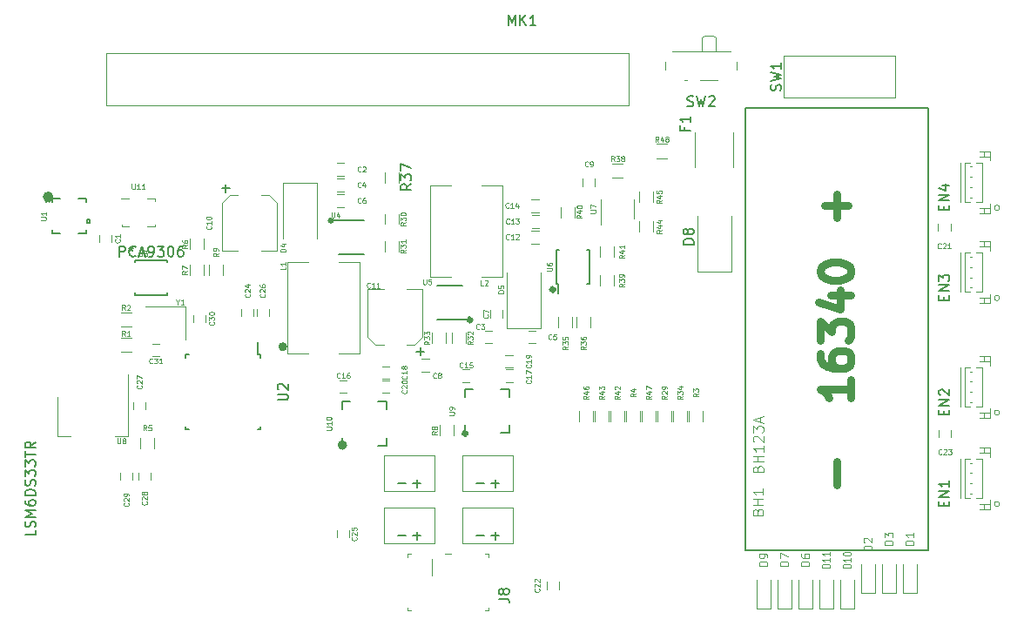
<source format=gbr>
G04 #@! TF.GenerationSoftware,KiCad,Pcbnew,(5.0.0)*
G04 #@! TF.CreationDate,2020-08-12T20:03:17-04:00*
G04 #@! TF.ProjectId,Temple_RPi_HAT,54656D706C655F5250695F4841542E6B,rev?*
G04 #@! TF.SameCoordinates,Original*
G04 #@! TF.FileFunction,Legend,Top*
G04 #@! TF.FilePolarity,Positive*
%FSLAX46Y46*%
G04 Gerber Fmt 4.6, Leading zero omitted, Abs format (unit mm)*
G04 Created by KiCad (PCBNEW (5.0.0)) date 08/12/20 20:03:17*
%MOMM*%
%LPD*%
G01*
G04 APERTURE LIST*
%ADD10C,0.500000*%
%ADD11C,0.150000*%
%ADD12C,0.100000*%
%ADD13C,0.120000*%
%ADD14C,0.127000*%
%ADD15C,0.152400*%
%ADD16C,0.750000*%
%ADD17C,0.050000*%
G04 APERTURE END LIST*
D10*
X121682100Y-148473700D02*
G75*
G03X121682100Y-148473700I-127000J0D01*
G01*
X95496836Y-154030000D02*
G75*
G03X95496836Y-154030000I-181836J0D01*
G01*
X101320991Y-163586700D02*
G75*
G03X101320991Y-163586700I-212891J0D01*
G01*
X113153883Y-162456400D02*
G75*
G03X113153883Y-162456400I-120483J0D01*
G01*
X113607688Y-151407400D02*
G75*
G03X113607688Y-151407400I-117088J0D01*
G01*
X100058892Y-141755400D02*
G75*
G03X100058892Y-141755400I-68392J0D01*
G01*
X72749000Y-139444000D02*
G75*
G03X72749000Y-139444000I-254000J0D01*
G01*
D11*
G04 #@! TO.C,U10*
X101079000Y-159340500D02*
X101854000Y-159340500D01*
X105379000Y-163640500D02*
X104604000Y-163640500D01*
X105379000Y-159340500D02*
X104604000Y-159340500D01*
X101079000Y-163640500D02*
X101079000Y-162865500D01*
X105379000Y-163640500D02*
X105379000Y-162865500D01*
X105379000Y-159340500D02*
X105379000Y-160115500D01*
X101079000Y-159340500D02*
X101079000Y-160115500D01*
D12*
G04 #@! TO.C,M1*
X105161000Y-168097000D02*
X105161000Y-164597000D01*
X105161000Y-164597000D02*
X110061000Y-164597000D01*
X110061000Y-164597000D02*
X110061000Y-168097000D01*
X110061000Y-168097000D02*
X105161000Y-168097000D01*
G04 #@! TO.C,M2*
X105161000Y-173177000D02*
X105161000Y-169677000D01*
X105161000Y-169677000D02*
X110061000Y-169677000D01*
X110061000Y-169677000D02*
X110061000Y-173177000D01*
X110061000Y-173177000D02*
X105161000Y-173177000D01*
D13*
G04 #@! TO.C,D1*
X155615000Y-177990000D02*
X157015000Y-177990000D01*
X157015000Y-177990000D02*
X157015000Y-175190000D01*
X155615000Y-177990000D02*
X155615000Y-175190000D01*
D11*
G04 #@! TO.C,U6*
X121910000Y-147875000D02*
X122060000Y-147875000D01*
X121910000Y-144625000D02*
X122157500Y-144625000D01*
X125160000Y-144625000D02*
X124912500Y-144625000D01*
X125160000Y-147875000D02*
X124912500Y-147875000D01*
X121910000Y-147875000D02*
X121910000Y-144625000D01*
X125160000Y-147875000D02*
X125160000Y-144625000D01*
X122060000Y-147875000D02*
X122060000Y-148800000D01*
D13*
G04 #@! TO.C,D6*
X145455000Y-179514000D02*
X146855000Y-179514000D01*
X146855000Y-179514000D02*
X146855000Y-176714000D01*
X145455000Y-179514000D02*
X145455000Y-176714000D01*
G04 #@! TO.C,D7*
X143423000Y-179514000D02*
X144823000Y-179514000D01*
X144823000Y-179514000D02*
X144823000Y-176714000D01*
X143423000Y-179514000D02*
X143423000Y-176714000D01*
G04 #@! TO.C,D9*
X141391000Y-179514000D02*
X142791000Y-179514000D01*
X142791000Y-179514000D02*
X142791000Y-176714000D01*
X141391000Y-179514000D02*
X141391000Y-176714000D01*
G04 #@! TO.C,D10*
X149519000Y-179514000D02*
X150919000Y-179514000D01*
X150919000Y-179514000D02*
X150919000Y-176714000D01*
X149519000Y-179514000D02*
X149519000Y-176714000D01*
G04 #@! TO.C,F1*
X135385000Y-133142000D02*
X135385000Y-136602000D01*
X139145000Y-133142000D02*
X139145000Y-136602000D01*
G04 #@! TO.C,L1*
X100792000Y-145812000D02*
X102792000Y-145812000D01*
X102792000Y-145812000D02*
X102792000Y-154712000D01*
X102792000Y-154712000D02*
X100792000Y-154712000D01*
X97792000Y-154712000D02*
X95792000Y-154712000D01*
X95792000Y-154712000D02*
X95792000Y-145812000D01*
X95792000Y-145812000D02*
X97792000Y-145812000D01*
G04 #@! TO.C,L2*
X111635000Y-147236500D02*
X109635000Y-147236500D01*
X109635000Y-147236500D02*
X109635000Y-138336500D01*
X109635000Y-138336500D02*
X111635000Y-138336500D01*
X114635000Y-138336500D02*
X116635000Y-138336500D01*
X116635000Y-138336500D02*
X116635000Y-147236500D01*
X116635000Y-147236500D02*
X114635000Y-147236500D01*
D12*
G04 #@! TO.C,M3*
X112781000Y-168097000D02*
X112781000Y-164597000D01*
X112781000Y-164597000D02*
X117681000Y-164597000D01*
X117681000Y-164597000D02*
X117681000Y-168097000D01*
X117681000Y-168097000D02*
X112781000Y-168097000D01*
G04 #@! TO.C,SW1*
X154847000Y-129810000D02*
X154047000Y-129810000D01*
X154847000Y-129760000D02*
X154847000Y-129810000D01*
X154847000Y-127760000D02*
X154847000Y-129760000D01*
X154847000Y-125710000D02*
X154497000Y-125710000D01*
X154847000Y-127760000D02*
X154847000Y-125710000D01*
X144047000Y-129810000D02*
X154097000Y-129810000D01*
X144047000Y-129810000D02*
X144047000Y-127760000D01*
X144047000Y-125710000D02*
X154497000Y-125710000D01*
X144047000Y-126160000D02*
X144047000Y-125710000D01*
X144047000Y-125710000D02*
X144047000Y-126160000D01*
X144047000Y-127760000D02*
X144047000Y-126160000D01*
D11*
G04 #@! TO.C,U4*
X100727500Y-145046000D02*
X103177500Y-145046000D01*
X100002500Y-141746000D02*
X103177500Y-141746000D01*
G04 #@! TO.C,U5*
X112772500Y-148081000D02*
X110322500Y-148081000D01*
X113497500Y-151381000D02*
X110322500Y-151381000D01*
D12*
G04 #@! TO.C,M4*
X112781000Y-173177000D02*
X112781000Y-169677000D01*
X112781000Y-169677000D02*
X117681000Y-169677000D01*
X117681000Y-169677000D02*
X117681000Y-173177000D01*
X117681000Y-173177000D02*
X112781000Y-173177000D01*
D13*
G04 #@! TO.C,D2*
X151551000Y-177990000D02*
X152951000Y-177990000D01*
X152951000Y-177990000D02*
X152951000Y-175190000D01*
X151551000Y-177990000D02*
X151551000Y-175190000D01*
G04 #@! TO.C,D3*
X153583000Y-177990000D02*
X154983000Y-177990000D01*
X154983000Y-177990000D02*
X154983000Y-175190000D01*
X153583000Y-177990000D02*
X153583000Y-175190000D01*
G04 #@! TO.C,D4*
X98656000Y-138108000D02*
X95356000Y-138108000D01*
X95356000Y-138108000D02*
X95356000Y-143508000D01*
X98656000Y-138108000D02*
X98656000Y-143508000D01*
G04 #@! TO.C,D5*
X117073000Y-152210000D02*
X120373000Y-152210000D01*
X120373000Y-152210000D02*
X120373000Y-146810000D01*
X117073000Y-152210000D02*
X117073000Y-146810000D01*
G04 #@! TO.C,D8*
X135665000Y-146730000D02*
X138965000Y-146730000D01*
X138965000Y-146730000D02*
X138965000Y-141330000D01*
X135665000Y-146730000D02*
X135665000Y-141330000D01*
D12*
G04 #@! TO.C,rpi_Header1*
X78120000Y-125490000D02*
X78120000Y-130570000D01*
X78120000Y-130570000D02*
X128920000Y-130570000D01*
X128920000Y-130570000D02*
X128920000Y-125490000D01*
X128920000Y-125490000D02*
X78120000Y-125490000D01*
D13*
G04 #@! TO.C,SW2*
X134595000Y-128118000D02*
X134395000Y-128118000D01*
X137395000Y-123978000D02*
X137195000Y-123768000D01*
X136095000Y-123978000D02*
X136295000Y-123768000D01*
X137395000Y-125268000D02*
X137395000Y-123978000D01*
X137195000Y-123768000D02*
X136295000Y-123768000D01*
X136095000Y-123978000D02*
X136095000Y-125268000D01*
X138845000Y-125268000D02*
X133145000Y-125268000D01*
X137595000Y-128118000D02*
X135895000Y-128118000D01*
X139445000Y-127068000D02*
X139445000Y-126278000D01*
X132545000Y-126278000D02*
X132545000Y-127068000D01*
G04 #@! TO.C,U7*
X129477000Y-141530000D02*
X129477000Y-139730000D01*
X126257000Y-139730000D02*
X126257000Y-142180000D01*
G04 #@! TO.C,U8*
X73405000Y-162690000D02*
X74665000Y-162690000D01*
X80225000Y-162690000D02*
X78965000Y-162690000D01*
X73405000Y-158930000D02*
X73405000Y-162690000D01*
X80225000Y-156680000D02*
X80225000Y-162690000D01*
D11*
G04 #@! TO.C,U9*
X113017000Y-158122000D02*
X113792000Y-158122000D01*
X117317000Y-162422000D02*
X116542000Y-162422000D01*
X117317000Y-158122000D02*
X116542000Y-158122000D01*
X113017000Y-162422000D02*
X113017000Y-161647000D01*
X117317000Y-162422000D02*
X117317000Y-161647000D01*
X117317000Y-158122000D02*
X117317000Y-158897000D01*
X113017000Y-158122000D02*
X113017000Y-158897000D01*
D14*
G04 #@! TO.C,BH1*
X140275000Y-173830000D02*
X140275000Y-130830000D01*
X158055000Y-173830000D02*
X140275000Y-173830000D01*
X158055000Y-130830000D02*
X158055000Y-173830000D01*
X140275000Y-130830000D02*
X158055000Y-130830000D01*
D13*
G04 #@! TO.C,EN1*
X162109636Y-165316810D02*
X162309636Y-165316810D01*
X162109636Y-166316810D02*
X162309636Y-166316810D01*
X162109636Y-167316810D02*
X162309636Y-167316810D01*
X162109636Y-168316810D02*
X162309636Y-168316810D01*
X163359636Y-164916810D02*
X162709636Y-164916810D01*
X163359636Y-168716810D02*
X163359636Y-164916810D01*
X162709636Y-168716810D02*
X163359636Y-168716810D01*
X161609636Y-164916810D02*
X162109636Y-164916810D01*
X161609636Y-168716810D02*
X161609636Y-164916810D01*
X162109636Y-168716810D02*
X161609636Y-168716810D01*
X163509636Y-163816810D02*
X163509636Y-164316810D01*
X163509636Y-163816810D02*
X163509636Y-163816810D01*
X163509636Y-164316810D02*
X163509636Y-163816810D01*
X163509636Y-164316810D02*
X163509636Y-164316810D01*
X164109636Y-164316810D02*
X164109636Y-164316810D01*
X163109636Y-164316810D02*
X164109636Y-164316810D01*
X163109636Y-164316810D02*
X163109636Y-164316810D01*
X164109636Y-164316810D02*
X163109636Y-164316810D01*
X164109636Y-163816810D02*
X164109636Y-164716810D01*
X163109636Y-163816810D02*
X164109636Y-163816810D01*
X163509636Y-169816810D02*
X163509636Y-169316810D01*
X163509636Y-169816810D02*
X163509636Y-169816810D01*
X163509636Y-169316810D02*
X163509636Y-169816810D01*
X163509636Y-169316810D02*
X163509636Y-169316810D01*
X164109636Y-169316810D02*
X164109636Y-169316810D01*
X163109636Y-169316810D02*
X164109636Y-169316810D01*
X163109636Y-169316810D02*
X163109636Y-169316810D01*
X164109636Y-169316810D02*
X163109636Y-169316810D01*
X164109636Y-169816810D02*
X164109636Y-168916810D01*
X163109636Y-169816810D02*
X164109636Y-169816810D01*
X161209636Y-168716810D02*
X161209636Y-164916810D01*
X165009636Y-169316810D02*
G75*
G03X165009636Y-169316810I-250000J0D01*
G01*
G04 #@! TO.C,EN2*
X162109636Y-156426810D02*
X162309636Y-156426810D01*
X162109636Y-157426810D02*
X162309636Y-157426810D01*
X162109636Y-158426810D02*
X162309636Y-158426810D01*
X162109636Y-159426810D02*
X162309636Y-159426810D01*
X163359636Y-156026810D02*
X162709636Y-156026810D01*
X163359636Y-159826810D02*
X163359636Y-156026810D01*
X162709636Y-159826810D02*
X163359636Y-159826810D01*
X161609636Y-156026810D02*
X162109636Y-156026810D01*
X161609636Y-159826810D02*
X161609636Y-156026810D01*
X162109636Y-159826810D02*
X161609636Y-159826810D01*
X163509636Y-154926810D02*
X163509636Y-155426810D01*
X163509636Y-154926810D02*
X163509636Y-154926810D01*
X163509636Y-155426810D02*
X163509636Y-154926810D01*
X163509636Y-155426810D02*
X163509636Y-155426810D01*
X164109636Y-155426810D02*
X164109636Y-155426810D01*
X163109636Y-155426810D02*
X164109636Y-155426810D01*
X163109636Y-155426810D02*
X163109636Y-155426810D01*
X164109636Y-155426810D02*
X163109636Y-155426810D01*
X164109636Y-154926810D02*
X164109636Y-155826810D01*
X163109636Y-154926810D02*
X164109636Y-154926810D01*
X163509636Y-160926810D02*
X163509636Y-160426810D01*
X163509636Y-160926810D02*
X163509636Y-160926810D01*
X163509636Y-160426810D02*
X163509636Y-160926810D01*
X163509636Y-160426810D02*
X163509636Y-160426810D01*
X164109636Y-160426810D02*
X164109636Y-160426810D01*
X163109636Y-160426810D02*
X164109636Y-160426810D01*
X163109636Y-160426810D02*
X163109636Y-160426810D01*
X164109636Y-160426810D02*
X163109636Y-160426810D01*
X164109636Y-160926810D02*
X164109636Y-160026810D01*
X163109636Y-160926810D02*
X164109636Y-160926810D01*
X161209636Y-159826810D02*
X161209636Y-156026810D01*
X165009636Y-160426810D02*
G75*
G03X165009636Y-160426810I-250000J0D01*
G01*
G04 #@! TO.C,EN3*
X162109636Y-145286810D02*
X162309636Y-145286810D01*
X162109636Y-146286810D02*
X162309636Y-146286810D01*
X162109636Y-147286810D02*
X162309636Y-147286810D01*
X162109636Y-148286810D02*
X162309636Y-148286810D01*
X163359636Y-144886810D02*
X162709636Y-144886810D01*
X163359636Y-148686810D02*
X163359636Y-144886810D01*
X162709636Y-148686810D02*
X163359636Y-148686810D01*
X161609636Y-144886810D02*
X162109636Y-144886810D01*
X161609636Y-148686810D02*
X161609636Y-144886810D01*
X162109636Y-148686810D02*
X161609636Y-148686810D01*
X163509636Y-143786810D02*
X163509636Y-144286810D01*
X163509636Y-143786810D02*
X163509636Y-143786810D01*
X163509636Y-144286810D02*
X163509636Y-143786810D01*
X163509636Y-144286810D02*
X163509636Y-144286810D01*
X164109636Y-144286810D02*
X164109636Y-144286810D01*
X163109636Y-144286810D02*
X164109636Y-144286810D01*
X163109636Y-144286810D02*
X163109636Y-144286810D01*
X164109636Y-144286810D02*
X163109636Y-144286810D01*
X164109636Y-143786810D02*
X164109636Y-144686810D01*
X163109636Y-143786810D02*
X164109636Y-143786810D01*
X163509636Y-149786810D02*
X163509636Y-149286810D01*
X163509636Y-149786810D02*
X163509636Y-149786810D01*
X163509636Y-149286810D02*
X163509636Y-149786810D01*
X163509636Y-149286810D02*
X163509636Y-149286810D01*
X164109636Y-149286810D02*
X164109636Y-149286810D01*
X163109636Y-149286810D02*
X164109636Y-149286810D01*
X163109636Y-149286810D02*
X163109636Y-149286810D01*
X164109636Y-149286810D02*
X163109636Y-149286810D01*
X164109636Y-149786810D02*
X164109636Y-148886810D01*
X163109636Y-149786810D02*
X164109636Y-149786810D01*
X161209636Y-148686810D02*
X161209636Y-144886810D01*
X165009636Y-149286810D02*
G75*
G03X165009636Y-149286810I-250000J0D01*
G01*
G04 #@! TO.C,EN4*
X162109636Y-136511810D02*
X162309636Y-136511810D01*
X162109636Y-137511810D02*
X162309636Y-137511810D01*
X162109636Y-138511810D02*
X162309636Y-138511810D01*
X162109636Y-139511810D02*
X162309636Y-139511810D01*
X163359636Y-136111810D02*
X162709636Y-136111810D01*
X163359636Y-139911810D02*
X163359636Y-136111810D01*
X162709636Y-139911810D02*
X163359636Y-139911810D01*
X161609636Y-136111810D02*
X162109636Y-136111810D01*
X161609636Y-139911810D02*
X161609636Y-136111810D01*
X162109636Y-139911810D02*
X161609636Y-139911810D01*
X163509636Y-135011810D02*
X163509636Y-135511810D01*
X163509636Y-135011810D02*
X163509636Y-135011810D01*
X163509636Y-135511810D02*
X163509636Y-135011810D01*
X163509636Y-135511810D02*
X163509636Y-135511810D01*
X164109636Y-135511810D02*
X164109636Y-135511810D01*
X163109636Y-135511810D02*
X164109636Y-135511810D01*
X163109636Y-135511810D02*
X163109636Y-135511810D01*
X164109636Y-135511810D02*
X163109636Y-135511810D01*
X164109636Y-135011810D02*
X164109636Y-135911810D01*
X163109636Y-135011810D02*
X164109636Y-135011810D01*
X163509636Y-141011810D02*
X163509636Y-140511810D01*
X163509636Y-141011810D02*
X163509636Y-141011810D01*
X163509636Y-140511810D02*
X163509636Y-141011810D01*
X163509636Y-140511810D02*
X163509636Y-140511810D01*
X164109636Y-140511810D02*
X164109636Y-140511810D01*
X163109636Y-140511810D02*
X164109636Y-140511810D01*
X163109636Y-140511810D02*
X163109636Y-140511810D01*
X164109636Y-140511810D02*
X163109636Y-140511810D01*
X164109636Y-141011810D02*
X164109636Y-140111810D01*
X163109636Y-141011810D02*
X164109636Y-141011810D01*
X161209636Y-139911810D02*
X161209636Y-136111810D01*
X165009636Y-140511810D02*
G75*
G03X165009636Y-140511810I-250000J0D01*
G01*
D12*
G04 #@! TO.C,J8*
X115276000Y-174182000D02*
X115276000Y-174482000D01*
X115276000Y-174182000D02*
X114976000Y-174182000D01*
X107476000Y-174182000D02*
X107476000Y-174482000D01*
X107476000Y-174182000D02*
X107776000Y-174182000D01*
X107476000Y-179682000D02*
X107776000Y-179682000D01*
X107476000Y-179682000D02*
X107476000Y-179382000D01*
X115276000Y-179682000D02*
X114976000Y-179682000D01*
X115276000Y-179682000D02*
X115276000Y-179382000D01*
X111376000Y-174182000D02*
X111076000Y-174182000D01*
X111376000Y-174182000D02*
X111676000Y-174182000D01*
X109776000Y-174682000D02*
X109776000Y-176282000D01*
D13*
G04 #@! TO.C,D11*
X147487000Y-179514000D02*
X148887000Y-179514000D01*
X148887000Y-179514000D02*
X148887000Y-176714000D01*
X147487000Y-179514000D02*
X147487000Y-176714000D01*
G04 #@! TO.C,R1*
X80565000Y-154510000D02*
X79565000Y-154510000D01*
X79565000Y-153150000D02*
X80565000Y-153150000D01*
G04 #@! TO.C,R2*
X80565000Y-152070000D02*
X79565000Y-152070000D01*
X79565000Y-150710000D02*
X80565000Y-150710000D01*
G04 #@! TO.C,R3*
X136167000Y-160292000D02*
X136167000Y-161292000D01*
X134807000Y-161292000D02*
X134807000Y-160292000D01*
G04 #@! TO.C,R4*
X128711000Y-161292000D02*
X128711000Y-160292000D01*
X130071000Y-160292000D02*
X130071000Y-161292000D01*
G04 #@! TO.C,R5*
X82827000Y-162935000D02*
X82827000Y-163935000D01*
X81467000Y-163935000D02*
X81467000Y-162935000D01*
G04 #@! TO.C,R29*
X133119000Y-160292000D02*
X133119000Y-161292000D01*
X131759000Y-161292000D02*
X131759000Y-160292000D01*
G04 #@! TO.C,R30*
X106576000Y-141103000D02*
X106576000Y-142103000D01*
X105216000Y-142103000D02*
X105216000Y-141103000D01*
G04 #@! TO.C,R31*
X106576000Y-143758000D02*
X106576000Y-144758000D01*
X105216000Y-144758000D02*
X105216000Y-143758000D01*
G04 #@! TO.C,R32*
X111735000Y-153680000D02*
X111735000Y-152680000D01*
X113095000Y-152680000D02*
X113095000Y-153680000D01*
G04 #@! TO.C,R33*
X111195000Y-152680000D02*
X111195000Y-153680000D01*
X109835000Y-153680000D02*
X109835000Y-152680000D01*
G04 #@! TO.C,R34*
X134643000Y-160292000D02*
X134643000Y-161292000D01*
X133283000Y-161292000D02*
X133283000Y-160292000D01*
G04 #@! TO.C,R35*
X122107000Y-152124000D02*
X122107000Y-151124000D01*
X123467000Y-151124000D02*
X123467000Y-152124000D01*
G04 #@! TO.C,R36*
X123885000Y-152148000D02*
X123885000Y-151148000D01*
X125245000Y-151148000D02*
X125245000Y-152148000D01*
G04 #@! TO.C,R37*
X105216000Y-138051000D02*
X105216000Y-137051000D01*
X106576000Y-137051000D02*
X106576000Y-138051000D01*
G04 #@! TO.C,R38*
X128379000Y-137584000D02*
X127379000Y-137584000D01*
X127379000Y-136224000D02*
X128379000Y-136224000D01*
G04 #@! TO.C,R39*
X126171000Y-148084000D02*
X126171000Y-147084000D01*
X127531000Y-147084000D02*
X127531000Y-148084000D01*
G04 #@! TO.C,R40*
X122361000Y-141480000D02*
X122361000Y-140480000D01*
X123721000Y-140480000D02*
X123721000Y-141480000D01*
G04 #@! TO.C,R41*
X126171000Y-145290000D02*
X126171000Y-144290000D01*
X127531000Y-144290000D02*
X127531000Y-145290000D01*
G04 #@! TO.C,R42*
X128547000Y-160292000D02*
X128547000Y-161292000D01*
X127187000Y-161292000D02*
X127187000Y-160292000D01*
G04 #@! TO.C,R43*
X127023000Y-160292000D02*
X127023000Y-161292000D01*
X125663000Y-161292000D02*
X125663000Y-160292000D01*
G04 #@! TO.C,R44*
X129981000Y-142853000D02*
X129981000Y-141853000D01*
X131341000Y-141853000D02*
X131341000Y-142853000D01*
G04 #@! TO.C,R45*
X129981000Y-139956000D02*
X129981000Y-138956000D01*
X131341000Y-138956000D02*
X131341000Y-139956000D01*
G04 #@! TO.C,R46*
X125499000Y-160292000D02*
X125499000Y-161292000D01*
X124139000Y-161292000D02*
X124139000Y-160292000D01*
G04 #@! TO.C,R47*
X131595000Y-160292000D02*
X131595000Y-161292000D01*
X130235000Y-161292000D02*
X130235000Y-160292000D01*
G04 #@! TO.C,R48*
X132697000Y-135679000D02*
X131697000Y-135679000D01*
X131697000Y-134319000D02*
X132697000Y-134319000D01*
G04 #@! TO.C,C2*
X101305000Y-137377000D02*
X100605000Y-137377000D01*
X100605000Y-136177000D02*
X101305000Y-136177000D01*
G04 #@! TO.C,C3*
X114965000Y-152480000D02*
X115665000Y-152480000D01*
X115665000Y-153680000D02*
X114965000Y-153680000D01*
G04 #@! TO.C,C4*
X101293000Y-138901000D02*
X100593000Y-138901000D01*
X100593000Y-137701000D02*
X101293000Y-137701000D01*
G04 #@! TO.C,C5*
X119915000Y-153680000D02*
X119215000Y-153680000D01*
X119215000Y-152480000D02*
X119915000Y-152480000D01*
G04 #@! TO.C,C7*
X116681400Y-150480000D02*
X116681400Y-151180000D01*
X115481400Y-151180000D02*
X115481400Y-150480000D01*
G04 #@! TO.C,C8*
X109536000Y-156427000D02*
X108836000Y-156427000D01*
X108836000Y-155227000D02*
X109536000Y-155227000D01*
G04 #@! TO.C,C9*
X125673000Y-137685000D02*
X125673000Y-138385000D01*
X124473000Y-138385000D02*
X124473000Y-137685000D01*
G04 #@! TO.C,C12*
X119504000Y-142781000D02*
X120204000Y-142781000D01*
X120204000Y-143981000D02*
X119504000Y-143981000D01*
G04 #@! TO.C,C13*
X119516000Y-141257000D02*
X120216000Y-141257000D01*
X120216000Y-142457000D02*
X119516000Y-142457000D01*
G04 #@! TO.C,C14*
X119504000Y-139733000D02*
X120204000Y-139733000D01*
X120204000Y-140933000D02*
X119504000Y-140933000D01*
G04 #@! TO.C,C10*
X94743000Y-144654000D02*
X93193000Y-144654000D01*
X89413000Y-144654000D02*
X90963000Y-144654000D01*
X90173000Y-139314000D02*
X90963000Y-139314000D01*
X93983000Y-139314000D02*
X93193000Y-139314000D01*
X94743000Y-144654000D02*
X94743000Y-140074000D01*
X94743000Y-140074000D02*
X93983000Y-139314000D01*
X90173000Y-139314000D02*
X89413000Y-140074000D01*
X89413000Y-140074000D02*
X89413000Y-144654000D01*
G04 #@! TO.C,C11*
X103587000Y-148458000D02*
X105137000Y-148458000D01*
X108917000Y-148458000D02*
X107367000Y-148458000D01*
X108157000Y-153798000D02*
X107367000Y-153798000D01*
X104347000Y-153798000D02*
X105137000Y-153798000D01*
X103587000Y-148458000D02*
X103587000Y-153038000D01*
X103587000Y-153038000D02*
X104347000Y-153798000D01*
X108157000Y-153798000D02*
X108917000Y-153038000D01*
X108917000Y-153038000D02*
X108917000Y-148458000D01*
G04 #@! TO.C,C6*
X101281000Y-140425000D02*
X100581000Y-140425000D01*
X100581000Y-139225000D02*
X101281000Y-139225000D01*
G04 #@! TO.C,C15*
X113497000Y-157443000D02*
X112797000Y-157443000D01*
X112797000Y-156243000D02*
X113497000Y-156243000D01*
G04 #@! TO.C,C16*
X100835000Y-157322500D02*
X101535000Y-157322500D01*
X101535000Y-158522500D02*
X100835000Y-158522500D01*
G04 #@! TO.C,C17*
X117688000Y-157443000D02*
X116988000Y-157443000D01*
X116988000Y-156243000D02*
X117688000Y-156243000D01*
G04 #@! TO.C,C18*
X104986500Y-155925500D02*
X105686500Y-155925500D01*
X105686500Y-157125500D02*
X104986500Y-157125500D01*
G04 #@! TO.C,C19*
X116964000Y-154846000D02*
X117664000Y-154846000D01*
X117664000Y-156046000D02*
X116964000Y-156046000D01*
G04 #@! TO.C,C20*
X104986500Y-157322500D02*
X105686500Y-157322500D01*
X105686500Y-158522500D02*
X104986500Y-158522500D01*
G04 #@! TO.C,C21*
X160242400Y-142053800D02*
X160242400Y-142753800D01*
X159042400Y-142753800D02*
X159042400Y-142053800D01*
G04 #@! TO.C,C22*
X120955100Y-177589900D02*
X120955100Y-176889900D01*
X122155100Y-176889900D02*
X122155100Y-177589900D01*
G04 #@! TO.C,C23*
X160293200Y-162094400D02*
X160293200Y-162794400D01*
X159093200Y-162794400D02*
X159093200Y-162094400D01*
G04 #@! TO.C,R8*
X110550000Y-162665000D02*
X110550000Y-161665000D01*
X111910000Y-161665000D02*
X111910000Y-162665000D01*
G04 #@! TO.C,C1*
X78683000Y-143146000D02*
X78683000Y-143846000D01*
X77483000Y-143846000D02*
X77483000Y-143146000D01*
G04 #@! TO.C,C24*
X92465000Y-150380000D02*
X92465000Y-151080000D01*
X91265000Y-151080000D02*
X91265000Y-150380000D01*
G04 #@! TO.C,C25*
X100565000Y-172580000D02*
X100565000Y-171880000D01*
X101765000Y-171880000D02*
X101765000Y-172580000D01*
G04 #@! TO.C,C26*
X92765000Y-151080000D02*
X92765000Y-150380000D01*
X93965000Y-150380000D02*
X93965000Y-151080000D01*
G04 #@! TO.C,C27*
X80785000Y-160102000D02*
X80785000Y-159402000D01*
X81985000Y-159402000D02*
X81985000Y-160102000D01*
G04 #@! TO.C,C28*
X81293000Y-166984000D02*
X81293000Y-166284000D01*
X82493000Y-166284000D02*
X82493000Y-166984000D01*
G04 #@! TO.C,C29*
X80715000Y-166284000D02*
X80715000Y-166984000D01*
X79515000Y-166984000D02*
X79515000Y-166284000D01*
D15*
G04 #@! TO.C,U1*
X72888600Y-143006400D02*
X73696220Y-143006400D01*
X76241400Y-143006400D02*
X76241400Y-142698781D01*
X76241400Y-139653600D02*
X75433780Y-139653600D01*
X72888600Y-139653600D02*
X72888600Y-139961219D01*
X72888600Y-142698781D02*
X72888600Y-143006400D01*
X75433780Y-143006400D02*
X76241400Y-143006400D01*
X76241400Y-139961219D02*
X76241400Y-139653600D01*
X73696220Y-139653600D02*
X72888600Y-139653600D01*
X76520800Y-141639499D02*
X76520800Y-142020499D01*
X76520800Y-142020499D02*
X76266800Y-142020499D01*
X76266800Y-142020499D02*
X76266800Y-141639499D01*
X76266800Y-141639499D02*
X76520800Y-141639499D01*
G04 #@! TO.C,U3*
X80944750Y-149006801D02*
X84094350Y-149006801D01*
X84094350Y-149006801D02*
X84094350Y-148790540D01*
X84094350Y-145603201D02*
X80944750Y-145603201D01*
X80944750Y-145603201D02*
X80944750Y-145819462D01*
X80944750Y-148790540D02*
X80944750Y-149006801D01*
X84094350Y-145819462D02*
X84094350Y-145603201D01*
D13*
G04 #@! TO.C,C30*
X87815000Y-150930000D02*
X87815000Y-151630000D01*
X86615000Y-151630000D02*
X86615000Y-150930000D01*
G04 #@! TO.C,C31*
X83315000Y-154930000D02*
X82615000Y-154930000D01*
X82615000Y-153730000D02*
X83315000Y-153730000D01*
G04 #@! TO.C,R6*
X87645000Y-143530000D02*
X87645000Y-144530000D01*
X86285000Y-144530000D02*
X86285000Y-143530000D01*
G04 #@! TO.C,R7*
X86285000Y-147080000D02*
X86285000Y-146080000D01*
X87645000Y-146080000D02*
X87645000Y-147080000D01*
G04 #@! TO.C,R9*
X89495000Y-146080000D02*
X89495000Y-147080000D01*
X88135000Y-147080000D02*
X88135000Y-146080000D01*
D12*
G04 #@! TO.C,U11*
X82865000Y-139630000D02*
X82865000Y-139850000D01*
X82145000Y-139630000D02*
X82865000Y-139630000D01*
X82865000Y-142330000D02*
X82145000Y-142330000D01*
X82865000Y-142110000D02*
X82865000Y-142330000D01*
X79665000Y-142330000D02*
X79665000Y-142110000D01*
X79665000Y-142330000D02*
X80385000Y-142330000D01*
X79565000Y-139630000D02*
X80385000Y-139630000D01*
D13*
G04 #@! TO.C,Y1*
X85865000Y-150130000D02*
X81965000Y-150130000D01*
X85865000Y-153330000D02*
X85865000Y-150130000D01*
D11*
G04 #@! TO.C,U2*
X92915000Y-154805000D02*
X92915000Y-153580000D01*
X93140000Y-162055000D02*
X93140000Y-161755000D01*
X85890000Y-162055000D02*
X85890000Y-161755000D01*
X85890000Y-154805000D02*
X85890000Y-155105000D01*
X93140000Y-154805000D02*
X93140000Y-155105000D01*
X85890000Y-154805000D02*
X86190000Y-154805000D01*
X85890000Y-162055000D02*
X86190000Y-162055000D01*
X93140000Y-162055000D02*
X92840000Y-162055000D01*
X93140000Y-154805000D02*
X92915000Y-154805000D01*
G04 #@! TO.C,*
D16*
D11*
D16*
X150560142Y-157255142D02*
X150560142Y-158969428D01*
X150560142Y-158112285D02*
X147560142Y-158112285D01*
X147988714Y-158398000D01*
X148274428Y-158683714D01*
X148417285Y-158969428D01*
X147560142Y-154683714D02*
X147560142Y-155255142D01*
X147703000Y-155540857D01*
X147845857Y-155683714D01*
X148274428Y-155969428D01*
X148845857Y-156112285D01*
X149988714Y-156112285D01*
X150274428Y-155969428D01*
X150417285Y-155826571D01*
X150560142Y-155540857D01*
X150560142Y-154969428D01*
X150417285Y-154683714D01*
X150274428Y-154540857D01*
X149988714Y-154398000D01*
X149274428Y-154398000D01*
X148988714Y-154540857D01*
X148845857Y-154683714D01*
X148703000Y-154969428D01*
X148703000Y-155540857D01*
X148845857Y-155826571D01*
X148988714Y-155969428D01*
X149274428Y-156112285D01*
X147560142Y-153398000D02*
X147560142Y-151540857D01*
X148703000Y-152540857D01*
X148703000Y-152112285D01*
X148845857Y-151826571D01*
X148988714Y-151683714D01*
X149274428Y-151540857D01*
X149988714Y-151540857D01*
X150274428Y-151683714D01*
X150417285Y-151826571D01*
X150560142Y-152112285D01*
X150560142Y-152969428D01*
X150417285Y-153255142D01*
X150274428Y-153398000D01*
X148560142Y-148969428D02*
X150560142Y-148969428D01*
X147417285Y-149683714D02*
X149560142Y-150398000D01*
X149560142Y-148540857D01*
X147560142Y-146826571D02*
X147560142Y-146540857D01*
X147703000Y-146255142D01*
X147845857Y-146112285D01*
X148131571Y-145969428D01*
X148703000Y-145826571D01*
X149417285Y-145826571D01*
X149988714Y-145969428D01*
X150274428Y-146112285D01*
X150417285Y-146255142D01*
X150560142Y-146540857D01*
X150560142Y-146826571D01*
X150417285Y-147112285D01*
X150274428Y-147255142D01*
X149988714Y-147398000D01*
X149417285Y-147540857D01*
X148703000Y-147540857D01*
X148131571Y-147398000D01*
X147845857Y-147255142D01*
X147703000Y-147112285D01*
X147560142Y-146826571D01*
D11*
D16*
G04 #@! TO.C,U10*
D12*
X99555190Y-162109547D02*
X99959952Y-162109547D01*
X100007571Y-162085738D01*
X100031380Y-162061928D01*
X100055190Y-162014309D01*
X100055190Y-161919071D01*
X100031380Y-161871452D01*
X100007571Y-161847642D01*
X99959952Y-161823833D01*
X99555190Y-161823833D01*
X100055190Y-161323833D02*
X100055190Y-161609547D01*
X100055190Y-161466690D02*
X99555190Y-161466690D01*
X99626619Y-161514309D01*
X99674238Y-161561928D01*
X99698047Y-161609547D01*
X99555190Y-161014309D02*
X99555190Y-160966690D01*
X99579000Y-160919071D01*
X99602809Y-160895261D01*
X99650428Y-160871452D01*
X99745666Y-160847642D01*
X99864714Y-160847642D01*
X99959952Y-160871452D01*
X100007571Y-160895261D01*
X100031380Y-160919071D01*
X100055190Y-160966690D01*
X100055190Y-161014309D01*
X100031380Y-161061928D01*
X100007571Y-161085738D01*
X99959952Y-161109547D01*
X99864714Y-161133357D01*
X99745666Y-161133357D01*
X99650428Y-161109547D01*
X99602809Y-161085738D01*
X99579000Y-161061928D01*
X99555190Y-161014309D01*
G04 #@! TO.C,M1*
D11*
X107980047Y-167318428D02*
X108741952Y-167318428D01*
X108361000Y-167699380D02*
X108361000Y-166937476D01*
X106480047Y-167318428D02*
X107241952Y-167318428D01*
G04 #@! TO.C,M2*
X107980047Y-172398428D02*
X108741952Y-172398428D01*
X108361000Y-172779380D02*
X108361000Y-172017476D01*
X106480047Y-172398428D02*
X107241952Y-172398428D01*
G04 #@! TO.C,D1*
D12*
X156676904Y-173308476D02*
X155876904Y-173308476D01*
X155876904Y-173118000D01*
X155915000Y-173003714D01*
X155991190Y-172927523D01*
X156067380Y-172889428D01*
X156219761Y-172851333D01*
X156334047Y-172851333D01*
X156486428Y-172889428D01*
X156562619Y-172927523D01*
X156638809Y-173003714D01*
X156676904Y-173118000D01*
X156676904Y-173308476D01*
X156676904Y-172089428D02*
X156676904Y-172546571D01*
X156676904Y-172318000D02*
X155876904Y-172318000D01*
X155991190Y-172394190D01*
X156067380Y-172470380D01*
X156105476Y-172546571D01*
G04 #@! TO.C,MK1*
D11*
X117260476Y-122782380D02*
X117260476Y-121782380D01*
X117593809Y-122496666D01*
X117927142Y-121782380D01*
X117927142Y-122782380D01*
X118403333Y-122782380D02*
X118403333Y-121782380D01*
X118974761Y-122782380D02*
X118546190Y-122210952D01*
X118974761Y-121782380D02*
X118403333Y-122353809D01*
X119927142Y-122782380D02*
X119355714Y-122782380D01*
X119641428Y-122782380D02*
X119641428Y-121782380D01*
X119546190Y-121925238D01*
X119450952Y-122020476D01*
X119355714Y-122068095D01*
G04 #@! TO.C,U6*
D12*
X120989190Y-146630952D02*
X121393952Y-146630952D01*
X121441571Y-146607142D01*
X121465380Y-146583333D01*
X121489190Y-146535714D01*
X121489190Y-146440476D01*
X121465380Y-146392857D01*
X121441571Y-146369047D01*
X121393952Y-146345238D01*
X120989190Y-146345238D01*
X120989190Y-145892857D02*
X120989190Y-145988095D01*
X121013000Y-146035714D01*
X121036809Y-146059523D01*
X121108238Y-146107142D01*
X121203476Y-146130952D01*
X121393952Y-146130952D01*
X121441571Y-146107142D01*
X121465380Y-146083333D01*
X121489190Y-146035714D01*
X121489190Y-145940476D01*
X121465380Y-145892857D01*
X121441571Y-145869047D01*
X121393952Y-145845238D01*
X121274904Y-145845238D01*
X121227285Y-145869047D01*
X121203476Y-145892857D01*
X121179666Y-145940476D01*
X121179666Y-146035714D01*
X121203476Y-146083333D01*
X121227285Y-146107142D01*
X121274904Y-146130952D01*
G04 #@! TO.C,D6*
X146516904Y-175340476D02*
X145716904Y-175340476D01*
X145716904Y-175150000D01*
X145755000Y-175035714D01*
X145831190Y-174959523D01*
X145907380Y-174921428D01*
X146059761Y-174883333D01*
X146174047Y-174883333D01*
X146326428Y-174921428D01*
X146402619Y-174959523D01*
X146478809Y-175035714D01*
X146516904Y-175150000D01*
X146516904Y-175340476D01*
X145716904Y-174197619D02*
X145716904Y-174350000D01*
X145755000Y-174426190D01*
X145793095Y-174464285D01*
X145907380Y-174540476D01*
X146059761Y-174578571D01*
X146364523Y-174578571D01*
X146440714Y-174540476D01*
X146478809Y-174502380D01*
X146516904Y-174426190D01*
X146516904Y-174273809D01*
X146478809Y-174197619D01*
X146440714Y-174159523D01*
X146364523Y-174121428D01*
X146174047Y-174121428D01*
X146097857Y-174159523D01*
X146059761Y-174197619D01*
X146021666Y-174273809D01*
X146021666Y-174426190D01*
X146059761Y-174502380D01*
X146097857Y-174540476D01*
X146174047Y-174578571D01*
G04 #@! TO.C,D7*
X144484904Y-175340476D02*
X143684904Y-175340476D01*
X143684904Y-175150000D01*
X143723000Y-175035714D01*
X143799190Y-174959523D01*
X143875380Y-174921428D01*
X144027761Y-174883333D01*
X144142047Y-174883333D01*
X144294428Y-174921428D01*
X144370619Y-174959523D01*
X144446809Y-175035714D01*
X144484904Y-175150000D01*
X144484904Y-175340476D01*
X143684904Y-174616666D02*
X143684904Y-174083333D01*
X144484904Y-174426190D01*
G04 #@! TO.C,D9*
X142452904Y-175340476D02*
X141652904Y-175340476D01*
X141652904Y-175150000D01*
X141691000Y-175035714D01*
X141767190Y-174959523D01*
X141843380Y-174921428D01*
X141995761Y-174883333D01*
X142110047Y-174883333D01*
X142262428Y-174921428D01*
X142338619Y-174959523D01*
X142414809Y-175035714D01*
X142452904Y-175150000D01*
X142452904Y-175340476D01*
X142452904Y-174502380D02*
X142452904Y-174350000D01*
X142414809Y-174273809D01*
X142376714Y-174235714D01*
X142262428Y-174159523D01*
X142110047Y-174121428D01*
X141805285Y-174121428D01*
X141729095Y-174159523D01*
X141691000Y-174197619D01*
X141652904Y-174273809D01*
X141652904Y-174426190D01*
X141691000Y-174502380D01*
X141729095Y-174540476D01*
X141805285Y-174578571D01*
X141995761Y-174578571D01*
X142071952Y-174540476D01*
X142110047Y-174502380D01*
X142148142Y-174426190D01*
X142148142Y-174273809D01*
X142110047Y-174197619D01*
X142071952Y-174159523D01*
X141995761Y-174121428D01*
G04 #@! TO.C,D10*
X150580904Y-175478571D02*
X149780904Y-175478571D01*
X149780904Y-175335714D01*
X149819000Y-175250000D01*
X149895190Y-175192857D01*
X149971380Y-175164285D01*
X150123761Y-175135714D01*
X150238047Y-175135714D01*
X150390428Y-175164285D01*
X150466619Y-175192857D01*
X150542809Y-175250000D01*
X150580904Y-175335714D01*
X150580904Y-175478571D01*
X150580904Y-174564285D02*
X150580904Y-174907142D01*
X150580904Y-174735714D02*
X149780904Y-174735714D01*
X149895190Y-174792857D01*
X149971380Y-174850000D01*
X150009476Y-174907142D01*
X149780904Y-174192857D02*
X149780904Y-174135714D01*
X149819000Y-174078571D01*
X149857095Y-174050000D01*
X149933285Y-174021428D01*
X150085666Y-173992857D01*
X150276142Y-173992857D01*
X150428523Y-174021428D01*
X150504714Y-174050000D01*
X150542809Y-174078571D01*
X150580904Y-174135714D01*
X150580904Y-174192857D01*
X150542809Y-174250000D01*
X150504714Y-174278571D01*
X150428523Y-174307142D01*
X150276142Y-174335714D01*
X150085666Y-174335714D01*
X149933285Y-174307142D01*
X149857095Y-174278571D01*
X149819000Y-174250000D01*
X149780904Y-174192857D01*
G04 #@! TO.C,F1*
D11*
X134399571Y-132665333D02*
X134399571Y-132998666D01*
X134923380Y-132998666D02*
X133923380Y-132998666D01*
X133923380Y-132522476D01*
X134923380Y-131617714D02*
X134923380Y-132189142D01*
X134923380Y-131903428D02*
X133923380Y-131903428D01*
X134066238Y-131998666D01*
X134161476Y-132093904D01*
X134209095Y-132189142D01*
G04 #@! TO.C,L1*
D12*
X95581190Y-146258333D02*
X95581190Y-146496428D01*
X95081190Y-146496428D01*
X95581190Y-145829761D02*
X95581190Y-146115476D01*
X95581190Y-145972619D02*
X95081190Y-145972619D01*
X95152619Y-146020238D01*
X95200238Y-146067857D01*
X95224047Y-146115476D01*
G04 #@! TO.C,L2*
X114829666Y-148052190D02*
X114591571Y-148052190D01*
X114591571Y-147552190D01*
X114972523Y-147599809D02*
X114996333Y-147576000D01*
X115043952Y-147552190D01*
X115163000Y-147552190D01*
X115210619Y-147576000D01*
X115234428Y-147599809D01*
X115258238Y-147647428D01*
X115258238Y-147695047D01*
X115234428Y-147766476D01*
X114948714Y-148052190D01*
X115258238Y-148052190D01*
G04 #@! TO.C,M3*
D11*
X115600047Y-167318428D02*
X116361952Y-167318428D01*
X115981000Y-167699380D02*
X115981000Y-166937476D01*
X114100047Y-167318428D02*
X114861952Y-167318428D01*
G04 #@! TO.C,SW1*
X143721761Y-129093333D02*
X143769380Y-128950476D01*
X143769380Y-128712380D01*
X143721761Y-128617142D01*
X143674142Y-128569523D01*
X143578904Y-128521904D01*
X143483666Y-128521904D01*
X143388428Y-128569523D01*
X143340809Y-128617142D01*
X143293190Y-128712380D01*
X143245571Y-128902857D01*
X143197952Y-128998095D01*
X143150333Y-129045714D01*
X143055095Y-129093333D01*
X142959857Y-129093333D01*
X142864619Y-129045714D01*
X142817000Y-128998095D01*
X142769380Y-128902857D01*
X142769380Y-128664761D01*
X142817000Y-128521904D01*
X142769380Y-128188571D02*
X143769380Y-127950476D01*
X143055095Y-127760000D01*
X143769380Y-127569523D01*
X142769380Y-127331428D01*
X143769380Y-126426666D02*
X143769380Y-126998095D01*
X143769380Y-126712380D02*
X142769380Y-126712380D01*
X142912238Y-126807619D01*
X143007476Y-126902857D01*
X143055095Y-126998095D01*
G04 #@! TO.C,U4*
D12*
X100054047Y-140948190D02*
X100054047Y-141352952D01*
X100077857Y-141400571D01*
X100101666Y-141424380D01*
X100149285Y-141448190D01*
X100244523Y-141448190D01*
X100292142Y-141424380D01*
X100315952Y-141400571D01*
X100339761Y-141352952D01*
X100339761Y-140948190D01*
X100792142Y-141114857D02*
X100792142Y-141448190D01*
X100673095Y-140924380D02*
X100554047Y-141281523D01*
X100863571Y-141281523D01*
G04 #@! TO.C,U5*
X108984047Y-147456190D02*
X108984047Y-147860952D01*
X109007857Y-147908571D01*
X109031666Y-147932380D01*
X109079285Y-147956190D01*
X109174523Y-147956190D01*
X109222142Y-147932380D01*
X109245952Y-147908571D01*
X109269761Y-147860952D01*
X109269761Y-147456190D01*
X109745952Y-147456190D02*
X109507857Y-147456190D01*
X109484047Y-147694285D01*
X109507857Y-147670476D01*
X109555476Y-147646666D01*
X109674523Y-147646666D01*
X109722142Y-147670476D01*
X109745952Y-147694285D01*
X109769761Y-147741904D01*
X109769761Y-147860952D01*
X109745952Y-147908571D01*
X109722142Y-147932380D01*
X109674523Y-147956190D01*
X109555476Y-147956190D01*
X109507857Y-147932380D01*
X109484047Y-147908571D01*
G04 #@! TO.C,M4*
D11*
X115600047Y-172398428D02*
X116361952Y-172398428D01*
X115981000Y-172779380D02*
X115981000Y-172017476D01*
X114100047Y-172398428D02*
X114861952Y-172398428D01*
G04 #@! TO.C,D2*
D12*
X152612904Y-173816476D02*
X151812904Y-173816476D01*
X151812904Y-173626000D01*
X151851000Y-173511714D01*
X151927190Y-173435523D01*
X152003380Y-173397428D01*
X152155761Y-173359333D01*
X152270047Y-173359333D01*
X152422428Y-173397428D01*
X152498619Y-173435523D01*
X152574809Y-173511714D01*
X152612904Y-173626000D01*
X152612904Y-173816476D01*
X151889095Y-173054571D02*
X151851000Y-173016476D01*
X151812904Y-172940285D01*
X151812904Y-172749809D01*
X151851000Y-172673619D01*
X151889095Y-172635523D01*
X151965285Y-172597428D01*
X152041476Y-172597428D01*
X152155761Y-172635523D01*
X152612904Y-173092666D01*
X152612904Y-172597428D01*
G04 #@! TO.C,D3*
X154644904Y-173308476D02*
X153844904Y-173308476D01*
X153844904Y-173118000D01*
X153883000Y-173003714D01*
X153959190Y-172927523D01*
X154035380Y-172889428D01*
X154187761Y-172851333D01*
X154302047Y-172851333D01*
X154454428Y-172889428D01*
X154530619Y-172927523D01*
X154606809Y-173003714D01*
X154644904Y-173118000D01*
X154644904Y-173308476D01*
X153844904Y-172584666D02*
X153844904Y-172089428D01*
X154149666Y-172356095D01*
X154149666Y-172241809D01*
X154187761Y-172165619D01*
X154225857Y-172127523D01*
X154302047Y-172089428D01*
X154492523Y-172089428D01*
X154568714Y-172127523D01*
X154606809Y-172165619D01*
X154644904Y-172241809D01*
X154644904Y-172470380D01*
X154606809Y-172546571D01*
X154568714Y-172584666D01*
G04 #@! TO.C,D4*
X95581190Y-144766047D02*
X95081190Y-144766047D01*
X95081190Y-144647000D01*
X95105000Y-144575571D01*
X95152619Y-144527952D01*
X95200238Y-144504142D01*
X95295476Y-144480333D01*
X95366904Y-144480333D01*
X95462142Y-144504142D01*
X95509761Y-144527952D01*
X95557380Y-144575571D01*
X95581190Y-144647000D01*
X95581190Y-144766047D01*
X95247857Y-144051761D02*
X95581190Y-144051761D01*
X95057380Y-144170809D02*
X95414523Y-144289857D01*
X95414523Y-143980333D01*
G04 #@! TO.C,D5*
X116791190Y-148799047D02*
X116291190Y-148799047D01*
X116291190Y-148680000D01*
X116315000Y-148608571D01*
X116362619Y-148560952D01*
X116410238Y-148537142D01*
X116505476Y-148513333D01*
X116576904Y-148513333D01*
X116672142Y-148537142D01*
X116719761Y-148560952D01*
X116767380Y-148608571D01*
X116791190Y-148680000D01*
X116791190Y-148799047D01*
X116291190Y-148060952D02*
X116291190Y-148299047D01*
X116529285Y-148322857D01*
X116505476Y-148299047D01*
X116481666Y-148251428D01*
X116481666Y-148132380D01*
X116505476Y-148084761D01*
X116529285Y-148060952D01*
X116576904Y-148037142D01*
X116695952Y-148037142D01*
X116743571Y-148060952D01*
X116767380Y-148084761D01*
X116791190Y-148132380D01*
X116791190Y-148251428D01*
X116767380Y-148299047D01*
X116743571Y-148322857D01*
G04 #@! TO.C,D8*
D11*
X135267380Y-144068095D02*
X134267380Y-144068095D01*
X134267380Y-143830000D01*
X134315000Y-143687142D01*
X134410238Y-143591904D01*
X134505476Y-143544285D01*
X134695952Y-143496666D01*
X134838809Y-143496666D01*
X135029285Y-143544285D01*
X135124523Y-143591904D01*
X135219761Y-143687142D01*
X135267380Y-143830000D01*
X135267380Y-144068095D01*
X134695952Y-142925238D02*
X134648333Y-143020476D01*
X134600714Y-143068095D01*
X134505476Y-143115714D01*
X134457857Y-143115714D01*
X134362619Y-143068095D01*
X134315000Y-143020476D01*
X134267380Y-142925238D01*
X134267380Y-142734761D01*
X134315000Y-142639523D01*
X134362619Y-142591904D01*
X134457857Y-142544285D01*
X134505476Y-142544285D01*
X134600714Y-142591904D01*
X134648333Y-142639523D01*
X134695952Y-142734761D01*
X134695952Y-142925238D01*
X134743571Y-143020476D01*
X134791190Y-143068095D01*
X134886428Y-143115714D01*
X135076904Y-143115714D01*
X135172142Y-143068095D01*
X135219761Y-143020476D01*
X135267380Y-142925238D01*
X135267380Y-142734761D01*
X135219761Y-142639523D01*
X135172142Y-142591904D01*
X135076904Y-142544285D01*
X134886428Y-142544285D01*
X134791190Y-142591904D01*
X134743571Y-142639523D01*
X134695952Y-142734761D01*
G04 #@! TO.C,SW2*
X134661666Y-130602761D02*
X134804523Y-130650380D01*
X135042619Y-130650380D01*
X135137857Y-130602761D01*
X135185476Y-130555142D01*
X135233095Y-130459904D01*
X135233095Y-130364666D01*
X135185476Y-130269428D01*
X135137857Y-130221809D01*
X135042619Y-130174190D01*
X134852142Y-130126571D01*
X134756904Y-130078952D01*
X134709285Y-130031333D01*
X134661666Y-129936095D01*
X134661666Y-129840857D01*
X134709285Y-129745619D01*
X134756904Y-129698000D01*
X134852142Y-129650380D01*
X135090238Y-129650380D01*
X135233095Y-129698000D01*
X135566428Y-129650380D02*
X135804523Y-130650380D01*
X135995000Y-129936095D01*
X136185476Y-130650380D01*
X136423571Y-129650380D01*
X136756904Y-129745619D02*
X136804523Y-129698000D01*
X136899761Y-129650380D01*
X137137857Y-129650380D01*
X137233095Y-129698000D01*
X137280714Y-129745619D01*
X137328333Y-129840857D01*
X137328333Y-129936095D01*
X137280714Y-130078952D01*
X136709285Y-130650380D01*
X137328333Y-130650380D01*
G04 #@! TO.C,U7*
D12*
X125241190Y-141010952D02*
X125645952Y-141010952D01*
X125693571Y-140987142D01*
X125717380Y-140963333D01*
X125741190Y-140915714D01*
X125741190Y-140820476D01*
X125717380Y-140772857D01*
X125693571Y-140749047D01*
X125645952Y-140725238D01*
X125241190Y-140725238D01*
X125241190Y-140534761D02*
X125241190Y-140201428D01*
X125741190Y-140415714D01*
G04 #@! TO.C,U8*
X79226047Y-162919190D02*
X79226047Y-163323952D01*
X79249857Y-163371571D01*
X79273666Y-163395380D01*
X79321285Y-163419190D01*
X79416523Y-163419190D01*
X79464142Y-163395380D01*
X79487952Y-163371571D01*
X79511761Y-163323952D01*
X79511761Y-162919190D01*
X79821285Y-163133476D02*
X79773666Y-163109666D01*
X79749857Y-163085857D01*
X79726047Y-163038238D01*
X79726047Y-163014428D01*
X79749857Y-162966809D01*
X79773666Y-162943000D01*
X79821285Y-162919190D01*
X79916523Y-162919190D01*
X79964142Y-162943000D01*
X79987952Y-162966809D01*
X80011761Y-163014428D01*
X80011761Y-163038238D01*
X79987952Y-163085857D01*
X79964142Y-163109666D01*
X79916523Y-163133476D01*
X79821285Y-163133476D01*
X79773666Y-163157285D01*
X79749857Y-163181095D01*
X79726047Y-163228714D01*
X79726047Y-163323952D01*
X79749857Y-163371571D01*
X79773666Y-163395380D01*
X79821285Y-163419190D01*
X79916523Y-163419190D01*
X79964142Y-163395380D01*
X79987952Y-163371571D01*
X80011761Y-163323952D01*
X80011761Y-163228714D01*
X79987952Y-163181095D01*
X79964142Y-163157285D01*
X79916523Y-163133476D01*
G04 #@! TO.C,U9*
X111493190Y-160652952D02*
X111897952Y-160652952D01*
X111945571Y-160629142D01*
X111969380Y-160605333D01*
X111993190Y-160557714D01*
X111993190Y-160462476D01*
X111969380Y-160414857D01*
X111945571Y-160391047D01*
X111897952Y-160367238D01*
X111493190Y-160367238D01*
X111993190Y-160105333D02*
X111993190Y-160010095D01*
X111969380Y-159962476D01*
X111945571Y-159938666D01*
X111874142Y-159891047D01*
X111778904Y-159867238D01*
X111588428Y-159867238D01*
X111540809Y-159891047D01*
X111517000Y-159914857D01*
X111493190Y-159962476D01*
X111493190Y-160057714D01*
X111517000Y-160105333D01*
X111540809Y-160129142D01*
X111588428Y-160152952D01*
X111707476Y-160152952D01*
X111755095Y-160129142D01*
X111778904Y-160105333D01*
X111802714Y-160057714D01*
X111802714Y-159962476D01*
X111778904Y-159914857D01*
X111755095Y-159891047D01*
X111707476Y-159867238D01*
G04 #@! TO.C,BH1*
D17*
X141493571Y-170058571D02*
X141541190Y-169915714D01*
X141588809Y-169868095D01*
X141684047Y-169820476D01*
X141826904Y-169820476D01*
X141922142Y-169868095D01*
X141969761Y-169915714D01*
X142017380Y-170010952D01*
X142017380Y-170391904D01*
X141017380Y-170391904D01*
X141017380Y-170058571D01*
X141065000Y-169963333D01*
X141112619Y-169915714D01*
X141207857Y-169868095D01*
X141303095Y-169868095D01*
X141398333Y-169915714D01*
X141445952Y-169963333D01*
X141493571Y-170058571D01*
X141493571Y-170391904D01*
X142017380Y-169391904D02*
X141017380Y-169391904D01*
X141493571Y-169391904D02*
X141493571Y-168820476D01*
X142017380Y-168820476D02*
X141017380Y-168820476D01*
X142017380Y-167820476D02*
X142017380Y-168391904D01*
X142017380Y-168106190D02*
X141017380Y-168106190D01*
X141160238Y-168201428D01*
X141255476Y-168296666D01*
X141303095Y-168391904D01*
X141511571Y-165883523D02*
X141559190Y-165740666D01*
X141606809Y-165693047D01*
X141702047Y-165645428D01*
X141844904Y-165645428D01*
X141940142Y-165693047D01*
X141987761Y-165740666D01*
X142035380Y-165835904D01*
X142035380Y-166216857D01*
X141035380Y-166216857D01*
X141035380Y-165883523D01*
X141083000Y-165788285D01*
X141130619Y-165740666D01*
X141225857Y-165693047D01*
X141321095Y-165693047D01*
X141416333Y-165740666D01*
X141463952Y-165788285D01*
X141511571Y-165883523D01*
X141511571Y-166216857D01*
X142035380Y-165216857D02*
X141035380Y-165216857D01*
X141511571Y-165216857D02*
X141511571Y-164645428D01*
X142035380Y-164645428D02*
X141035380Y-164645428D01*
X142035380Y-163645428D02*
X142035380Y-164216857D01*
X142035380Y-163931142D02*
X141035380Y-163931142D01*
X141178238Y-164026380D01*
X141273476Y-164121619D01*
X141321095Y-164216857D01*
X141130619Y-163264476D02*
X141083000Y-163216857D01*
X141035380Y-163121619D01*
X141035380Y-162883523D01*
X141083000Y-162788285D01*
X141130619Y-162740666D01*
X141225857Y-162693047D01*
X141321095Y-162693047D01*
X141463952Y-162740666D01*
X142035380Y-163312095D01*
X142035380Y-162693047D01*
X141035380Y-162359714D02*
X141035380Y-161740666D01*
X141416333Y-162074000D01*
X141416333Y-161931142D01*
X141463952Y-161835904D01*
X141511571Y-161788285D01*
X141606809Y-161740666D01*
X141844904Y-161740666D01*
X141940142Y-161788285D01*
X141987761Y-161835904D01*
X142035380Y-161931142D01*
X142035380Y-162216857D01*
X141987761Y-162312095D01*
X141940142Y-162359714D01*
X141749666Y-161359714D02*
X141749666Y-160883523D01*
X142035380Y-161454952D02*
X141035380Y-161121619D01*
X142035380Y-160788285D01*
D16*
X149179285Y-141472857D02*
X149179285Y-139187142D01*
X150322142Y-140330000D02*
X148036428Y-140330000D01*
X149179285Y-167472857D02*
X149179285Y-165187142D01*
G04 #@! TO.C,EN1*
D11*
X159600707Y-169531095D02*
X159600707Y-169197762D01*
X160124516Y-169054905D02*
X160124516Y-169531095D01*
X159124516Y-169531095D01*
X159124516Y-169054905D01*
X160124516Y-168626333D02*
X159124516Y-168626333D01*
X160124516Y-168054905D01*
X159124516Y-168054905D01*
X160124516Y-167054905D02*
X160124516Y-167626333D01*
X160124516Y-167340619D02*
X159124516Y-167340619D01*
X159267374Y-167435857D01*
X159362612Y-167531095D01*
X159410231Y-167626333D01*
G04 #@! TO.C,EN2*
X159600707Y-160641095D02*
X159600707Y-160307762D01*
X160124516Y-160164905D02*
X160124516Y-160641095D01*
X159124516Y-160641095D01*
X159124516Y-160164905D01*
X160124516Y-159736333D02*
X159124516Y-159736333D01*
X160124516Y-159164905D01*
X159124516Y-159164905D01*
X159219755Y-158736333D02*
X159172136Y-158688714D01*
X159124516Y-158593476D01*
X159124516Y-158355381D01*
X159172136Y-158260143D01*
X159219755Y-158212524D01*
X159314993Y-158164905D01*
X159410231Y-158164905D01*
X159553088Y-158212524D01*
X160124516Y-158783952D01*
X160124516Y-158164905D01*
G04 #@! TO.C,EN3*
X159600707Y-149501095D02*
X159600707Y-149167762D01*
X160124516Y-149024905D02*
X160124516Y-149501095D01*
X159124516Y-149501095D01*
X159124516Y-149024905D01*
X160124516Y-148596333D02*
X159124516Y-148596333D01*
X160124516Y-148024905D01*
X159124516Y-148024905D01*
X159124516Y-147643952D02*
X159124516Y-147024905D01*
X159505469Y-147358238D01*
X159505469Y-147215381D01*
X159553088Y-147120143D01*
X159600707Y-147072524D01*
X159695945Y-147024905D01*
X159934040Y-147024905D01*
X160029278Y-147072524D01*
X160076897Y-147120143D01*
X160124516Y-147215381D01*
X160124516Y-147501095D01*
X160076897Y-147596333D01*
X160029278Y-147643952D01*
G04 #@! TO.C,EN4*
X159600707Y-140726095D02*
X159600707Y-140392762D01*
X160124516Y-140249905D02*
X160124516Y-140726095D01*
X159124516Y-140726095D01*
X159124516Y-140249905D01*
X160124516Y-139821333D02*
X159124516Y-139821333D01*
X160124516Y-139249905D01*
X159124516Y-139249905D01*
X159457850Y-138345143D02*
X160124516Y-138345143D01*
X159076897Y-138583238D02*
X159791183Y-138821333D01*
X159791183Y-138202286D01*
G04 #@! TO.C,J8*
X116328380Y-178540333D02*
X117042666Y-178540333D01*
X117185523Y-178587952D01*
X117280761Y-178683190D01*
X117328380Y-178826047D01*
X117328380Y-178921285D01*
X116756952Y-177921285D02*
X116709333Y-178016523D01*
X116661714Y-178064142D01*
X116566476Y-178111761D01*
X116518857Y-178111761D01*
X116423619Y-178064142D01*
X116376000Y-178016523D01*
X116328380Y-177921285D01*
X116328380Y-177730809D01*
X116376000Y-177635571D01*
X116423619Y-177587952D01*
X116518857Y-177540333D01*
X116566476Y-177540333D01*
X116661714Y-177587952D01*
X116709333Y-177635571D01*
X116756952Y-177730809D01*
X116756952Y-177921285D01*
X116804571Y-178016523D01*
X116852190Y-178064142D01*
X116947428Y-178111761D01*
X117137904Y-178111761D01*
X117233142Y-178064142D01*
X117280761Y-178016523D01*
X117328380Y-177921285D01*
X117328380Y-177730809D01*
X117280761Y-177635571D01*
X117233142Y-177587952D01*
X117137904Y-177540333D01*
X116947428Y-177540333D01*
X116852190Y-177587952D01*
X116804571Y-177635571D01*
X116756952Y-177730809D01*
G04 #@! TO.C,D11*
D12*
X148548904Y-175478571D02*
X147748904Y-175478571D01*
X147748904Y-175335714D01*
X147787000Y-175250000D01*
X147863190Y-175192857D01*
X147939380Y-175164285D01*
X148091761Y-175135714D01*
X148206047Y-175135714D01*
X148358428Y-175164285D01*
X148434619Y-175192857D01*
X148510809Y-175250000D01*
X148548904Y-175335714D01*
X148548904Y-175478571D01*
X148548904Y-174564285D02*
X148548904Y-174907142D01*
X148548904Y-174735714D02*
X147748904Y-174735714D01*
X147863190Y-174792857D01*
X147939380Y-174850000D01*
X147977476Y-174907142D01*
X148548904Y-173992857D02*
X148548904Y-174335714D01*
X148548904Y-174164285D02*
X147748904Y-174164285D01*
X147863190Y-174221428D01*
X147939380Y-174278571D01*
X147977476Y-174335714D01*
G04 #@! TO.C,R1*
X79981666Y-153005190D02*
X79815000Y-152767095D01*
X79695952Y-153005190D02*
X79695952Y-152505190D01*
X79886428Y-152505190D01*
X79934047Y-152529000D01*
X79957857Y-152552809D01*
X79981666Y-152600428D01*
X79981666Y-152671857D01*
X79957857Y-152719476D01*
X79934047Y-152743285D01*
X79886428Y-152767095D01*
X79695952Y-152767095D01*
X80457857Y-153005190D02*
X80172142Y-153005190D01*
X80315000Y-153005190D02*
X80315000Y-152505190D01*
X80267380Y-152576619D01*
X80219761Y-152624238D01*
X80172142Y-152648047D01*
G04 #@! TO.C,R2*
X79981666Y-150465190D02*
X79815000Y-150227095D01*
X79695952Y-150465190D02*
X79695952Y-149965190D01*
X79886428Y-149965190D01*
X79934047Y-149989000D01*
X79957857Y-150012809D01*
X79981666Y-150060428D01*
X79981666Y-150131857D01*
X79957857Y-150179476D01*
X79934047Y-150203285D01*
X79886428Y-150227095D01*
X79695952Y-150227095D01*
X80172142Y-150012809D02*
X80195952Y-149989000D01*
X80243571Y-149965190D01*
X80362619Y-149965190D01*
X80410238Y-149989000D01*
X80434047Y-150012809D01*
X80457857Y-150060428D01*
X80457857Y-150108047D01*
X80434047Y-150179476D01*
X80148333Y-150465190D01*
X80457857Y-150465190D01*
G04 #@! TO.C,R3*
X135713190Y-158577333D02*
X135475095Y-158744000D01*
X135713190Y-158863047D02*
X135213190Y-158863047D01*
X135213190Y-158672571D01*
X135237000Y-158624952D01*
X135260809Y-158601142D01*
X135308428Y-158577333D01*
X135379857Y-158577333D01*
X135427476Y-158601142D01*
X135451285Y-158624952D01*
X135475095Y-158672571D01*
X135475095Y-158863047D01*
X135213190Y-158410666D02*
X135213190Y-158101142D01*
X135403666Y-158267809D01*
X135403666Y-158196380D01*
X135427476Y-158148761D01*
X135451285Y-158124952D01*
X135498904Y-158101142D01*
X135617952Y-158101142D01*
X135665571Y-158124952D01*
X135689380Y-158148761D01*
X135713190Y-158196380D01*
X135713190Y-158339238D01*
X135689380Y-158386857D01*
X135665571Y-158410666D01*
G04 #@! TO.C,R4*
X129617190Y-158577333D02*
X129379095Y-158744000D01*
X129617190Y-158863047D02*
X129117190Y-158863047D01*
X129117190Y-158672571D01*
X129141000Y-158624952D01*
X129164809Y-158601142D01*
X129212428Y-158577333D01*
X129283857Y-158577333D01*
X129331476Y-158601142D01*
X129355285Y-158624952D01*
X129379095Y-158672571D01*
X129379095Y-158863047D01*
X129283857Y-158148761D02*
X129617190Y-158148761D01*
X129093380Y-158267809D02*
X129450523Y-158386857D01*
X129450523Y-158077333D01*
G04 #@! TO.C,R5*
X82063666Y-162149190D02*
X81897000Y-161911095D01*
X81777952Y-162149190D02*
X81777952Y-161649190D01*
X81968428Y-161649190D01*
X82016047Y-161673000D01*
X82039857Y-161696809D01*
X82063666Y-161744428D01*
X82063666Y-161815857D01*
X82039857Y-161863476D01*
X82016047Y-161887285D01*
X81968428Y-161911095D01*
X81777952Y-161911095D01*
X82516047Y-161649190D02*
X82277952Y-161649190D01*
X82254142Y-161887285D01*
X82277952Y-161863476D01*
X82325571Y-161839666D01*
X82444619Y-161839666D01*
X82492238Y-161863476D01*
X82516047Y-161887285D01*
X82539857Y-161934904D01*
X82539857Y-162053952D01*
X82516047Y-162101571D01*
X82492238Y-162125380D01*
X82444619Y-162149190D01*
X82325571Y-162149190D01*
X82277952Y-162125380D01*
X82254142Y-162101571D01*
G04 #@! TO.C,R29*
X132665190Y-158815428D02*
X132427095Y-158982095D01*
X132665190Y-159101142D02*
X132165190Y-159101142D01*
X132165190Y-158910666D01*
X132189000Y-158863047D01*
X132212809Y-158839238D01*
X132260428Y-158815428D01*
X132331857Y-158815428D01*
X132379476Y-158839238D01*
X132403285Y-158863047D01*
X132427095Y-158910666D01*
X132427095Y-159101142D01*
X132212809Y-158624952D02*
X132189000Y-158601142D01*
X132165190Y-158553523D01*
X132165190Y-158434476D01*
X132189000Y-158386857D01*
X132212809Y-158363047D01*
X132260428Y-158339238D01*
X132308047Y-158339238D01*
X132379476Y-158363047D01*
X132665190Y-158648761D01*
X132665190Y-158339238D01*
X132665190Y-158101142D02*
X132665190Y-158005904D01*
X132641380Y-157958285D01*
X132617571Y-157934476D01*
X132546142Y-157886857D01*
X132450904Y-157863047D01*
X132260428Y-157863047D01*
X132212809Y-157886857D01*
X132189000Y-157910666D01*
X132165190Y-157958285D01*
X132165190Y-158053523D01*
X132189000Y-158101142D01*
X132212809Y-158124952D01*
X132260428Y-158148761D01*
X132379476Y-158148761D01*
X132427095Y-158124952D01*
X132450904Y-158101142D01*
X132474714Y-158053523D01*
X132474714Y-157958285D01*
X132450904Y-157910666D01*
X132427095Y-157886857D01*
X132379476Y-157863047D01*
G04 #@! TO.C,R30*
X107265190Y-141924428D02*
X107027095Y-142091095D01*
X107265190Y-142210142D02*
X106765190Y-142210142D01*
X106765190Y-142019666D01*
X106789000Y-141972047D01*
X106812809Y-141948238D01*
X106860428Y-141924428D01*
X106931857Y-141924428D01*
X106979476Y-141948238D01*
X107003285Y-141972047D01*
X107027095Y-142019666D01*
X107027095Y-142210142D01*
X106765190Y-141757761D02*
X106765190Y-141448238D01*
X106955666Y-141614904D01*
X106955666Y-141543476D01*
X106979476Y-141495857D01*
X107003285Y-141472047D01*
X107050904Y-141448238D01*
X107169952Y-141448238D01*
X107217571Y-141472047D01*
X107241380Y-141495857D01*
X107265190Y-141543476D01*
X107265190Y-141686333D01*
X107241380Y-141733952D01*
X107217571Y-141757761D01*
X106765190Y-141138714D02*
X106765190Y-141091095D01*
X106789000Y-141043476D01*
X106812809Y-141019666D01*
X106860428Y-140995857D01*
X106955666Y-140972047D01*
X107074714Y-140972047D01*
X107169952Y-140995857D01*
X107217571Y-141019666D01*
X107241380Y-141043476D01*
X107265190Y-141091095D01*
X107265190Y-141138714D01*
X107241380Y-141186333D01*
X107217571Y-141210142D01*
X107169952Y-141233952D01*
X107074714Y-141257761D01*
X106955666Y-141257761D01*
X106860428Y-141233952D01*
X106812809Y-141210142D01*
X106789000Y-141186333D01*
X106765190Y-141138714D01*
G04 #@! TO.C,R31*
X107265190Y-144579428D02*
X107027095Y-144746095D01*
X107265190Y-144865142D02*
X106765190Y-144865142D01*
X106765190Y-144674666D01*
X106789000Y-144627047D01*
X106812809Y-144603238D01*
X106860428Y-144579428D01*
X106931857Y-144579428D01*
X106979476Y-144603238D01*
X107003285Y-144627047D01*
X107027095Y-144674666D01*
X107027095Y-144865142D01*
X106765190Y-144412761D02*
X106765190Y-144103238D01*
X106955666Y-144269904D01*
X106955666Y-144198476D01*
X106979476Y-144150857D01*
X107003285Y-144127047D01*
X107050904Y-144103238D01*
X107169952Y-144103238D01*
X107217571Y-144127047D01*
X107241380Y-144150857D01*
X107265190Y-144198476D01*
X107265190Y-144341333D01*
X107241380Y-144388952D01*
X107217571Y-144412761D01*
X107265190Y-143627047D02*
X107265190Y-143912761D01*
X107265190Y-143769904D02*
X106765190Y-143769904D01*
X106836619Y-143817523D01*
X106884238Y-143865142D01*
X106908047Y-143912761D01*
G04 #@! TO.C,R32*
X113791190Y-153501428D02*
X113553095Y-153668095D01*
X113791190Y-153787142D02*
X113291190Y-153787142D01*
X113291190Y-153596666D01*
X113315000Y-153549047D01*
X113338809Y-153525238D01*
X113386428Y-153501428D01*
X113457857Y-153501428D01*
X113505476Y-153525238D01*
X113529285Y-153549047D01*
X113553095Y-153596666D01*
X113553095Y-153787142D01*
X113291190Y-153334761D02*
X113291190Y-153025238D01*
X113481666Y-153191904D01*
X113481666Y-153120476D01*
X113505476Y-153072857D01*
X113529285Y-153049047D01*
X113576904Y-153025238D01*
X113695952Y-153025238D01*
X113743571Y-153049047D01*
X113767380Y-153072857D01*
X113791190Y-153120476D01*
X113791190Y-153263333D01*
X113767380Y-153310952D01*
X113743571Y-153334761D01*
X113338809Y-152834761D02*
X113315000Y-152810952D01*
X113291190Y-152763333D01*
X113291190Y-152644285D01*
X113315000Y-152596666D01*
X113338809Y-152572857D01*
X113386428Y-152549047D01*
X113434047Y-152549047D01*
X113505476Y-152572857D01*
X113791190Y-152858571D01*
X113791190Y-152549047D01*
G04 #@! TO.C,R33*
X109591190Y-153501428D02*
X109353095Y-153668095D01*
X109591190Y-153787142D02*
X109091190Y-153787142D01*
X109091190Y-153596666D01*
X109115000Y-153549047D01*
X109138809Y-153525238D01*
X109186428Y-153501428D01*
X109257857Y-153501428D01*
X109305476Y-153525238D01*
X109329285Y-153549047D01*
X109353095Y-153596666D01*
X109353095Y-153787142D01*
X109091190Y-153334761D02*
X109091190Y-153025238D01*
X109281666Y-153191904D01*
X109281666Y-153120476D01*
X109305476Y-153072857D01*
X109329285Y-153049047D01*
X109376904Y-153025238D01*
X109495952Y-153025238D01*
X109543571Y-153049047D01*
X109567380Y-153072857D01*
X109591190Y-153120476D01*
X109591190Y-153263333D01*
X109567380Y-153310952D01*
X109543571Y-153334761D01*
X109091190Y-152858571D02*
X109091190Y-152549047D01*
X109281666Y-152715714D01*
X109281666Y-152644285D01*
X109305476Y-152596666D01*
X109329285Y-152572857D01*
X109376904Y-152549047D01*
X109495952Y-152549047D01*
X109543571Y-152572857D01*
X109567380Y-152596666D01*
X109591190Y-152644285D01*
X109591190Y-152787142D01*
X109567380Y-152834761D01*
X109543571Y-152858571D01*
G04 #@! TO.C,R34*
X134189190Y-158815428D02*
X133951095Y-158982095D01*
X134189190Y-159101142D02*
X133689190Y-159101142D01*
X133689190Y-158910666D01*
X133713000Y-158863047D01*
X133736809Y-158839238D01*
X133784428Y-158815428D01*
X133855857Y-158815428D01*
X133903476Y-158839238D01*
X133927285Y-158863047D01*
X133951095Y-158910666D01*
X133951095Y-159101142D01*
X133689190Y-158648761D02*
X133689190Y-158339238D01*
X133879666Y-158505904D01*
X133879666Y-158434476D01*
X133903476Y-158386857D01*
X133927285Y-158363047D01*
X133974904Y-158339238D01*
X134093952Y-158339238D01*
X134141571Y-158363047D01*
X134165380Y-158386857D01*
X134189190Y-158434476D01*
X134189190Y-158577333D01*
X134165380Y-158624952D01*
X134141571Y-158648761D01*
X133855857Y-157910666D02*
X134189190Y-157910666D01*
X133665380Y-158029714D02*
X134022523Y-158148761D01*
X134022523Y-157839238D01*
G04 #@! TO.C,R35*
X123039190Y-153987428D02*
X122801095Y-154154095D01*
X123039190Y-154273142D02*
X122539190Y-154273142D01*
X122539190Y-154082666D01*
X122563000Y-154035047D01*
X122586809Y-154011238D01*
X122634428Y-153987428D01*
X122705857Y-153987428D01*
X122753476Y-154011238D01*
X122777285Y-154035047D01*
X122801095Y-154082666D01*
X122801095Y-154273142D01*
X122539190Y-153820761D02*
X122539190Y-153511238D01*
X122729666Y-153677904D01*
X122729666Y-153606476D01*
X122753476Y-153558857D01*
X122777285Y-153535047D01*
X122824904Y-153511238D01*
X122943952Y-153511238D01*
X122991571Y-153535047D01*
X123015380Y-153558857D01*
X123039190Y-153606476D01*
X123039190Y-153749333D01*
X123015380Y-153796952D01*
X122991571Y-153820761D01*
X122539190Y-153058857D02*
X122539190Y-153296952D01*
X122777285Y-153320761D01*
X122753476Y-153296952D01*
X122729666Y-153249333D01*
X122729666Y-153130285D01*
X122753476Y-153082666D01*
X122777285Y-153058857D01*
X122824904Y-153035047D01*
X122943952Y-153035047D01*
X122991571Y-153058857D01*
X123015380Y-153082666D01*
X123039190Y-153130285D01*
X123039190Y-153249333D01*
X123015380Y-153296952D01*
X122991571Y-153320761D01*
G04 #@! TO.C,R36*
X124791190Y-153989428D02*
X124553095Y-154156095D01*
X124791190Y-154275142D02*
X124291190Y-154275142D01*
X124291190Y-154084666D01*
X124315000Y-154037047D01*
X124338809Y-154013238D01*
X124386428Y-153989428D01*
X124457857Y-153989428D01*
X124505476Y-154013238D01*
X124529285Y-154037047D01*
X124553095Y-154084666D01*
X124553095Y-154275142D01*
X124291190Y-153822761D02*
X124291190Y-153513238D01*
X124481666Y-153679904D01*
X124481666Y-153608476D01*
X124505476Y-153560857D01*
X124529285Y-153537047D01*
X124576904Y-153513238D01*
X124695952Y-153513238D01*
X124743571Y-153537047D01*
X124767380Y-153560857D01*
X124791190Y-153608476D01*
X124791190Y-153751333D01*
X124767380Y-153798952D01*
X124743571Y-153822761D01*
X124291190Y-153084666D02*
X124291190Y-153179904D01*
X124315000Y-153227523D01*
X124338809Y-153251333D01*
X124410238Y-153298952D01*
X124505476Y-153322761D01*
X124695952Y-153322761D01*
X124743571Y-153298952D01*
X124767380Y-153275142D01*
X124791190Y-153227523D01*
X124791190Y-153132285D01*
X124767380Y-153084666D01*
X124743571Y-153060857D01*
X124695952Y-153037047D01*
X124576904Y-153037047D01*
X124529285Y-153060857D01*
X124505476Y-153084666D01*
X124481666Y-153132285D01*
X124481666Y-153227523D01*
X124505476Y-153275142D01*
X124529285Y-153298952D01*
X124576904Y-153322761D01*
G04 #@! TO.C,R37*
D11*
X107798380Y-138193857D02*
X107322190Y-138527190D01*
X107798380Y-138765285D02*
X106798380Y-138765285D01*
X106798380Y-138384333D01*
X106846000Y-138289095D01*
X106893619Y-138241476D01*
X106988857Y-138193857D01*
X107131714Y-138193857D01*
X107226952Y-138241476D01*
X107274571Y-138289095D01*
X107322190Y-138384333D01*
X107322190Y-138765285D01*
X106798380Y-137860523D02*
X106798380Y-137241476D01*
X107179333Y-137574809D01*
X107179333Y-137431952D01*
X107226952Y-137336714D01*
X107274571Y-137289095D01*
X107369809Y-137241476D01*
X107607904Y-137241476D01*
X107703142Y-137289095D01*
X107750761Y-137336714D01*
X107798380Y-137431952D01*
X107798380Y-137717666D01*
X107750761Y-137812904D01*
X107703142Y-137860523D01*
X106798380Y-136908142D02*
X106798380Y-136241476D01*
X107798380Y-136670047D01*
G04 #@! TO.C,R38*
D12*
X127557571Y-135987190D02*
X127390904Y-135749095D01*
X127271857Y-135987190D02*
X127271857Y-135487190D01*
X127462333Y-135487190D01*
X127509952Y-135511000D01*
X127533761Y-135534809D01*
X127557571Y-135582428D01*
X127557571Y-135653857D01*
X127533761Y-135701476D01*
X127509952Y-135725285D01*
X127462333Y-135749095D01*
X127271857Y-135749095D01*
X127724238Y-135487190D02*
X128033761Y-135487190D01*
X127867095Y-135677666D01*
X127938523Y-135677666D01*
X127986142Y-135701476D01*
X128009952Y-135725285D01*
X128033761Y-135772904D01*
X128033761Y-135891952D01*
X128009952Y-135939571D01*
X127986142Y-135963380D01*
X127938523Y-135987190D01*
X127795666Y-135987190D01*
X127748047Y-135963380D01*
X127724238Y-135939571D01*
X128319476Y-135701476D02*
X128271857Y-135677666D01*
X128248047Y-135653857D01*
X128224238Y-135606238D01*
X128224238Y-135582428D01*
X128248047Y-135534809D01*
X128271857Y-135511000D01*
X128319476Y-135487190D01*
X128414714Y-135487190D01*
X128462333Y-135511000D01*
X128486142Y-135534809D01*
X128509952Y-135582428D01*
X128509952Y-135606238D01*
X128486142Y-135653857D01*
X128462333Y-135677666D01*
X128414714Y-135701476D01*
X128319476Y-135701476D01*
X128271857Y-135725285D01*
X128248047Y-135749095D01*
X128224238Y-135796714D01*
X128224238Y-135891952D01*
X128248047Y-135939571D01*
X128271857Y-135963380D01*
X128319476Y-135987190D01*
X128414714Y-135987190D01*
X128462333Y-135963380D01*
X128486142Y-135939571D01*
X128509952Y-135891952D01*
X128509952Y-135796714D01*
X128486142Y-135749095D01*
X128462333Y-135725285D01*
X128414714Y-135701476D01*
G04 #@! TO.C,R39*
X128527190Y-147905428D02*
X128289095Y-148072095D01*
X128527190Y-148191142D02*
X128027190Y-148191142D01*
X128027190Y-148000666D01*
X128051000Y-147953047D01*
X128074809Y-147929238D01*
X128122428Y-147905428D01*
X128193857Y-147905428D01*
X128241476Y-147929238D01*
X128265285Y-147953047D01*
X128289095Y-148000666D01*
X128289095Y-148191142D01*
X128027190Y-147738761D02*
X128027190Y-147429238D01*
X128217666Y-147595904D01*
X128217666Y-147524476D01*
X128241476Y-147476857D01*
X128265285Y-147453047D01*
X128312904Y-147429238D01*
X128431952Y-147429238D01*
X128479571Y-147453047D01*
X128503380Y-147476857D01*
X128527190Y-147524476D01*
X128527190Y-147667333D01*
X128503380Y-147714952D01*
X128479571Y-147738761D01*
X128527190Y-147191142D02*
X128527190Y-147095904D01*
X128503380Y-147048285D01*
X128479571Y-147024476D01*
X128408142Y-146976857D01*
X128312904Y-146953047D01*
X128122428Y-146953047D01*
X128074809Y-146976857D01*
X128051000Y-147000666D01*
X128027190Y-147048285D01*
X128027190Y-147143523D01*
X128051000Y-147191142D01*
X128074809Y-147214952D01*
X128122428Y-147238761D01*
X128241476Y-147238761D01*
X128289095Y-147214952D01*
X128312904Y-147191142D01*
X128336714Y-147143523D01*
X128336714Y-147048285D01*
X128312904Y-147000666D01*
X128289095Y-146976857D01*
X128241476Y-146953047D01*
G04 #@! TO.C,R40*
X124410190Y-141225928D02*
X124172095Y-141392595D01*
X124410190Y-141511642D02*
X123910190Y-141511642D01*
X123910190Y-141321166D01*
X123934000Y-141273547D01*
X123957809Y-141249738D01*
X124005428Y-141225928D01*
X124076857Y-141225928D01*
X124124476Y-141249738D01*
X124148285Y-141273547D01*
X124172095Y-141321166D01*
X124172095Y-141511642D01*
X124076857Y-140797357D02*
X124410190Y-140797357D01*
X123886380Y-140916404D02*
X124243523Y-141035452D01*
X124243523Y-140725928D01*
X123910190Y-140440214D02*
X123910190Y-140392595D01*
X123934000Y-140344976D01*
X123957809Y-140321166D01*
X124005428Y-140297357D01*
X124100666Y-140273547D01*
X124219714Y-140273547D01*
X124314952Y-140297357D01*
X124362571Y-140321166D01*
X124386380Y-140344976D01*
X124410190Y-140392595D01*
X124410190Y-140440214D01*
X124386380Y-140487833D01*
X124362571Y-140511642D01*
X124314952Y-140535452D01*
X124219714Y-140559261D01*
X124100666Y-140559261D01*
X124005428Y-140535452D01*
X123957809Y-140511642D01*
X123934000Y-140487833D01*
X123910190Y-140440214D01*
G04 #@! TO.C,R41*
X128527190Y-145111428D02*
X128289095Y-145278095D01*
X128527190Y-145397142D02*
X128027190Y-145397142D01*
X128027190Y-145206666D01*
X128051000Y-145159047D01*
X128074809Y-145135238D01*
X128122428Y-145111428D01*
X128193857Y-145111428D01*
X128241476Y-145135238D01*
X128265285Y-145159047D01*
X128289095Y-145206666D01*
X128289095Y-145397142D01*
X128193857Y-144682857D02*
X128527190Y-144682857D01*
X128003380Y-144801904D02*
X128360523Y-144920952D01*
X128360523Y-144611428D01*
X128527190Y-144159047D02*
X128527190Y-144444761D01*
X128527190Y-144301904D02*
X128027190Y-144301904D01*
X128098619Y-144349523D01*
X128146238Y-144397142D01*
X128170047Y-144444761D01*
G04 #@! TO.C,R42*
X128093190Y-158815428D02*
X127855095Y-158982095D01*
X128093190Y-159101142D02*
X127593190Y-159101142D01*
X127593190Y-158910666D01*
X127617000Y-158863047D01*
X127640809Y-158839238D01*
X127688428Y-158815428D01*
X127759857Y-158815428D01*
X127807476Y-158839238D01*
X127831285Y-158863047D01*
X127855095Y-158910666D01*
X127855095Y-159101142D01*
X127759857Y-158386857D02*
X128093190Y-158386857D01*
X127569380Y-158505904D02*
X127926523Y-158624952D01*
X127926523Y-158315428D01*
X127640809Y-158148761D02*
X127617000Y-158124952D01*
X127593190Y-158077333D01*
X127593190Y-157958285D01*
X127617000Y-157910666D01*
X127640809Y-157886857D01*
X127688428Y-157863047D01*
X127736047Y-157863047D01*
X127807476Y-157886857D01*
X128093190Y-158172571D01*
X128093190Y-157863047D01*
G04 #@! TO.C,R43*
X126569190Y-158815428D02*
X126331095Y-158982095D01*
X126569190Y-159101142D02*
X126069190Y-159101142D01*
X126069190Y-158910666D01*
X126093000Y-158863047D01*
X126116809Y-158839238D01*
X126164428Y-158815428D01*
X126235857Y-158815428D01*
X126283476Y-158839238D01*
X126307285Y-158863047D01*
X126331095Y-158910666D01*
X126331095Y-159101142D01*
X126235857Y-158386857D02*
X126569190Y-158386857D01*
X126045380Y-158505904D02*
X126402523Y-158624952D01*
X126402523Y-158315428D01*
X126069190Y-158172571D02*
X126069190Y-157863047D01*
X126259666Y-158029714D01*
X126259666Y-157958285D01*
X126283476Y-157910666D01*
X126307285Y-157886857D01*
X126354904Y-157863047D01*
X126473952Y-157863047D01*
X126521571Y-157886857D01*
X126545380Y-157910666D01*
X126569190Y-157958285D01*
X126569190Y-158101142D01*
X126545380Y-158148761D01*
X126521571Y-158172571D01*
G04 #@! TO.C,R44*
X132157190Y-142674428D02*
X131919095Y-142841095D01*
X132157190Y-142960142D02*
X131657190Y-142960142D01*
X131657190Y-142769666D01*
X131681000Y-142722047D01*
X131704809Y-142698238D01*
X131752428Y-142674428D01*
X131823857Y-142674428D01*
X131871476Y-142698238D01*
X131895285Y-142722047D01*
X131919095Y-142769666D01*
X131919095Y-142960142D01*
X131823857Y-142245857D02*
X132157190Y-142245857D01*
X131633380Y-142364904D02*
X131990523Y-142483952D01*
X131990523Y-142174428D01*
X131823857Y-141769666D02*
X132157190Y-141769666D01*
X131633380Y-141888714D02*
X131990523Y-142007761D01*
X131990523Y-141698238D01*
G04 #@! TO.C,R45*
X132157190Y-139765428D02*
X131919095Y-139932095D01*
X132157190Y-140051142D02*
X131657190Y-140051142D01*
X131657190Y-139860666D01*
X131681000Y-139813047D01*
X131704809Y-139789238D01*
X131752428Y-139765428D01*
X131823857Y-139765428D01*
X131871476Y-139789238D01*
X131895285Y-139813047D01*
X131919095Y-139860666D01*
X131919095Y-140051142D01*
X131823857Y-139336857D02*
X132157190Y-139336857D01*
X131633380Y-139455904D02*
X131990523Y-139574952D01*
X131990523Y-139265428D01*
X131657190Y-138836857D02*
X131657190Y-139074952D01*
X131895285Y-139098761D01*
X131871476Y-139074952D01*
X131847666Y-139027333D01*
X131847666Y-138908285D01*
X131871476Y-138860666D01*
X131895285Y-138836857D01*
X131942904Y-138813047D01*
X132061952Y-138813047D01*
X132109571Y-138836857D01*
X132133380Y-138860666D01*
X132157190Y-138908285D01*
X132157190Y-139027333D01*
X132133380Y-139074952D01*
X132109571Y-139098761D01*
G04 #@! TO.C,R46*
X125045190Y-158815428D02*
X124807095Y-158982095D01*
X125045190Y-159101142D02*
X124545190Y-159101142D01*
X124545190Y-158910666D01*
X124569000Y-158863047D01*
X124592809Y-158839238D01*
X124640428Y-158815428D01*
X124711857Y-158815428D01*
X124759476Y-158839238D01*
X124783285Y-158863047D01*
X124807095Y-158910666D01*
X124807095Y-159101142D01*
X124711857Y-158386857D02*
X125045190Y-158386857D01*
X124521380Y-158505904D02*
X124878523Y-158624952D01*
X124878523Y-158315428D01*
X124545190Y-157910666D02*
X124545190Y-158005904D01*
X124569000Y-158053523D01*
X124592809Y-158077333D01*
X124664238Y-158124952D01*
X124759476Y-158148761D01*
X124949952Y-158148761D01*
X124997571Y-158124952D01*
X125021380Y-158101142D01*
X125045190Y-158053523D01*
X125045190Y-157958285D01*
X125021380Y-157910666D01*
X124997571Y-157886857D01*
X124949952Y-157863047D01*
X124830904Y-157863047D01*
X124783285Y-157886857D01*
X124759476Y-157910666D01*
X124735666Y-157958285D01*
X124735666Y-158053523D01*
X124759476Y-158101142D01*
X124783285Y-158124952D01*
X124830904Y-158148761D01*
G04 #@! TO.C,R47*
X131141190Y-158815428D02*
X130903095Y-158982095D01*
X131141190Y-159101142D02*
X130641190Y-159101142D01*
X130641190Y-158910666D01*
X130665000Y-158863047D01*
X130688809Y-158839238D01*
X130736428Y-158815428D01*
X130807857Y-158815428D01*
X130855476Y-158839238D01*
X130879285Y-158863047D01*
X130903095Y-158910666D01*
X130903095Y-159101142D01*
X130807857Y-158386857D02*
X131141190Y-158386857D01*
X130617380Y-158505904D02*
X130974523Y-158624952D01*
X130974523Y-158315428D01*
X130641190Y-158172571D02*
X130641190Y-157839238D01*
X131141190Y-158053523D01*
G04 #@! TO.C,R48*
X131863571Y-134082190D02*
X131696904Y-133844095D01*
X131577857Y-134082190D02*
X131577857Y-133582190D01*
X131768333Y-133582190D01*
X131815952Y-133606000D01*
X131839761Y-133629809D01*
X131863571Y-133677428D01*
X131863571Y-133748857D01*
X131839761Y-133796476D01*
X131815952Y-133820285D01*
X131768333Y-133844095D01*
X131577857Y-133844095D01*
X132292142Y-133748857D02*
X132292142Y-134082190D01*
X132173095Y-133558380D02*
X132054047Y-133915523D01*
X132363571Y-133915523D01*
X132625476Y-133796476D02*
X132577857Y-133772666D01*
X132554047Y-133748857D01*
X132530238Y-133701238D01*
X132530238Y-133677428D01*
X132554047Y-133629809D01*
X132577857Y-133606000D01*
X132625476Y-133582190D01*
X132720714Y-133582190D01*
X132768333Y-133606000D01*
X132792142Y-133629809D01*
X132815952Y-133677428D01*
X132815952Y-133701238D01*
X132792142Y-133748857D01*
X132768333Y-133772666D01*
X132720714Y-133796476D01*
X132625476Y-133796476D01*
X132577857Y-133820285D01*
X132554047Y-133844095D01*
X132530238Y-133891714D01*
X132530238Y-133986952D01*
X132554047Y-134034571D01*
X132577857Y-134058380D01*
X132625476Y-134082190D01*
X132720714Y-134082190D01*
X132768333Y-134058380D01*
X132792142Y-134034571D01*
X132815952Y-133986952D01*
X132815952Y-133891714D01*
X132792142Y-133844095D01*
X132768333Y-133820285D01*
X132720714Y-133796476D01*
G04 #@! TO.C,C2*
X102903666Y-136955571D02*
X102879857Y-136979380D01*
X102808428Y-137003190D01*
X102760809Y-137003190D01*
X102689380Y-136979380D01*
X102641761Y-136931761D01*
X102617952Y-136884142D01*
X102594142Y-136788904D01*
X102594142Y-136717476D01*
X102617952Y-136622238D01*
X102641761Y-136574619D01*
X102689380Y-136527000D01*
X102760809Y-136503190D01*
X102808428Y-136503190D01*
X102879857Y-136527000D01*
X102903666Y-136550809D01*
X103094142Y-136550809D02*
X103117952Y-136527000D01*
X103165571Y-136503190D01*
X103284619Y-136503190D01*
X103332238Y-136527000D01*
X103356047Y-136550809D01*
X103379857Y-136598428D01*
X103379857Y-136646047D01*
X103356047Y-136717476D01*
X103070333Y-137003190D01*
X103379857Y-137003190D01*
G04 #@! TO.C,C3*
X114431666Y-152258571D02*
X114407857Y-152282380D01*
X114336428Y-152306190D01*
X114288809Y-152306190D01*
X114217380Y-152282380D01*
X114169761Y-152234761D01*
X114145952Y-152187142D01*
X114122142Y-152091904D01*
X114122142Y-152020476D01*
X114145952Y-151925238D01*
X114169761Y-151877619D01*
X114217380Y-151830000D01*
X114288809Y-151806190D01*
X114336428Y-151806190D01*
X114407857Y-151830000D01*
X114431666Y-151853809D01*
X114598333Y-151806190D02*
X114907857Y-151806190D01*
X114741190Y-151996666D01*
X114812619Y-151996666D01*
X114860238Y-152020476D01*
X114884047Y-152044285D01*
X114907857Y-152091904D01*
X114907857Y-152210952D01*
X114884047Y-152258571D01*
X114860238Y-152282380D01*
X114812619Y-152306190D01*
X114669761Y-152306190D01*
X114622142Y-152282380D01*
X114598333Y-152258571D01*
G04 #@! TO.C,C4*
X102891666Y-138479571D02*
X102867857Y-138503380D01*
X102796428Y-138527190D01*
X102748809Y-138527190D01*
X102677380Y-138503380D01*
X102629761Y-138455761D01*
X102605952Y-138408142D01*
X102582142Y-138312904D01*
X102582142Y-138241476D01*
X102605952Y-138146238D01*
X102629761Y-138098619D01*
X102677380Y-138051000D01*
X102748809Y-138027190D01*
X102796428Y-138027190D01*
X102867857Y-138051000D01*
X102891666Y-138074809D01*
X103320238Y-138193857D02*
X103320238Y-138527190D01*
X103201190Y-138003380D02*
X103082142Y-138360523D01*
X103391666Y-138360523D01*
G04 #@! TO.C,C5*
X121431666Y-153258571D02*
X121407857Y-153282380D01*
X121336428Y-153306190D01*
X121288809Y-153306190D01*
X121217380Y-153282380D01*
X121169761Y-153234761D01*
X121145952Y-153187142D01*
X121122142Y-153091904D01*
X121122142Y-153020476D01*
X121145952Y-152925238D01*
X121169761Y-152877619D01*
X121217380Y-152830000D01*
X121288809Y-152806190D01*
X121336428Y-152806190D01*
X121407857Y-152830000D01*
X121431666Y-152853809D01*
X121884047Y-152806190D02*
X121645952Y-152806190D01*
X121622142Y-153044285D01*
X121645952Y-153020476D01*
X121693571Y-152996666D01*
X121812619Y-152996666D01*
X121860238Y-153020476D01*
X121884047Y-153044285D01*
X121907857Y-153091904D01*
X121907857Y-153210952D01*
X121884047Y-153258571D01*
X121860238Y-153282380D01*
X121812619Y-153306190D01*
X121693571Y-153306190D01*
X121645952Y-153282380D01*
X121622142Y-153258571D01*
G04 #@! TO.C,C7*
X115243571Y-150913333D02*
X115267380Y-150937142D01*
X115291190Y-151008571D01*
X115291190Y-151056190D01*
X115267380Y-151127619D01*
X115219761Y-151175238D01*
X115172142Y-151199047D01*
X115076904Y-151222857D01*
X115005476Y-151222857D01*
X114910238Y-151199047D01*
X114862619Y-151175238D01*
X114815000Y-151127619D01*
X114791190Y-151056190D01*
X114791190Y-151008571D01*
X114815000Y-150937142D01*
X114838809Y-150913333D01*
X114791190Y-150746666D02*
X114791190Y-150413333D01*
X115291190Y-150627619D01*
G04 #@! TO.C,C8*
X110233666Y-157021571D02*
X110209857Y-157045380D01*
X110138428Y-157069190D01*
X110090809Y-157069190D01*
X110019380Y-157045380D01*
X109971761Y-156997761D01*
X109947952Y-156950142D01*
X109924142Y-156854904D01*
X109924142Y-156783476D01*
X109947952Y-156688238D01*
X109971761Y-156640619D01*
X110019380Y-156593000D01*
X110090809Y-156569190D01*
X110138428Y-156569190D01*
X110209857Y-156593000D01*
X110233666Y-156616809D01*
X110519380Y-156783476D02*
X110471761Y-156759666D01*
X110447952Y-156735857D01*
X110424142Y-156688238D01*
X110424142Y-156664428D01*
X110447952Y-156616809D01*
X110471761Y-156593000D01*
X110519380Y-156569190D01*
X110614619Y-156569190D01*
X110662238Y-156593000D01*
X110686047Y-156616809D01*
X110709857Y-156664428D01*
X110709857Y-156688238D01*
X110686047Y-156735857D01*
X110662238Y-156759666D01*
X110614619Y-156783476D01*
X110519380Y-156783476D01*
X110471761Y-156807285D01*
X110447952Y-156831095D01*
X110424142Y-156878714D01*
X110424142Y-156973952D01*
X110447952Y-157021571D01*
X110471761Y-157045380D01*
X110519380Y-157069190D01*
X110614619Y-157069190D01*
X110662238Y-157045380D01*
X110686047Y-157021571D01*
X110709857Y-156973952D01*
X110709857Y-156878714D01*
X110686047Y-156831095D01*
X110662238Y-156807285D01*
X110614619Y-156783476D01*
G04 #@! TO.C,C9*
X124989666Y-136447571D02*
X124965857Y-136471380D01*
X124894428Y-136495190D01*
X124846809Y-136495190D01*
X124775380Y-136471380D01*
X124727761Y-136423761D01*
X124703952Y-136376142D01*
X124680142Y-136280904D01*
X124680142Y-136209476D01*
X124703952Y-136114238D01*
X124727761Y-136066619D01*
X124775380Y-136019000D01*
X124846809Y-135995190D01*
X124894428Y-135995190D01*
X124965857Y-136019000D01*
X124989666Y-136042809D01*
X125227761Y-136495190D02*
X125323000Y-136495190D01*
X125370619Y-136471380D01*
X125394428Y-136447571D01*
X125442047Y-136376142D01*
X125465857Y-136280904D01*
X125465857Y-136090428D01*
X125442047Y-136042809D01*
X125418238Y-136019000D01*
X125370619Y-135995190D01*
X125275380Y-135995190D01*
X125227761Y-136019000D01*
X125203952Y-136042809D01*
X125180142Y-136090428D01*
X125180142Y-136209476D01*
X125203952Y-136257095D01*
X125227761Y-136280904D01*
X125275380Y-136304714D01*
X125370619Y-136304714D01*
X125418238Y-136280904D01*
X125442047Y-136257095D01*
X125465857Y-136209476D01*
G04 #@! TO.C,C12*
X117314451Y-143529091D02*
X117290641Y-143552900D01*
X117219213Y-143576710D01*
X117171594Y-143576710D01*
X117100165Y-143552900D01*
X117052546Y-143505281D01*
X117028737Y-143457662D01*
X117004927Y-143362424D01*
X117004927Y-143290996D01*
X117028737Y-143195758D01*
X117052546Y-143148139D01*
X117100165Y-143100520D01*
X117171594Y-143076710D01*
X117219213Y-143076710D01*
X117290641Y-143100520D01*
X117314451Y-143124329D01*
X117790641Y-143576710D02*
X117504927Y-143576710D01*
X117647784Y-143576710D02*
X117647784Y-143076710D01*
X117600165Y-143148139D01*
X117552546Y-143195758D01*
X117504927Y-143219567D01*
X117981118Y-143124329D02*
X118004927Y-143100520D01*
X118052546Y-143076710D01*
X118171594Y-143076710D01*
X118219213Y-143100520D01*
X118243022Y-143124329D01*
X118266832Y-143171948D01*
X118266832Y-143219567D01*
X118243022Y-143290996D01*
X117957308Y-143576710D01*
X118266832Y-143576710D01*
G04 #@! TO.C,C13*
X117332931Y-142022871D02*
X117309121Y-142046680D01*
X117237693Y-142070490D01*
X117190074Y-142070490D01*
X117118645Y-142046680D01*
X117071026Y-141999061D01*
X117047217Y-141951442D01*
X117023407Y-141856204D01*
X117023407Y-141784776D01*
X117047217Y-141689538D01*
X117071026Y-141641919D01*
X117118645Y-141594300D01*
X117190074Y-141570490D01*
X117237693Y-141570490D01*
X117309121Y-141594300D01*
X117332931Y-141618109D01*
X117809121Y-142070490D02*
X117523407Y-142070490D01*
X117666264Y-142070490D02*
X117666264Y-141570490D01*
X117618645Y-141641919D01*
X117571026Y-141689538D01*
X117523407Y-141713347D01*
X117975788Y-141570490D02*
X118285312Y-141570490D01*
X118118645Y-141760966D01*
X118190074Y-141760966D01*
X118237693Y-141784776D01*
X118261502Y-141808585D01*
X118285312Y-141856204D01*
X118285312Y-141975252D01*
X118261502Y-142022871D01*
X118237693Y-142046680D01*
X118190074Y-142070490D01*
X118047217Y-142070490D01*
X117999598Y-142046680D01*
X117975788Y-142022871D01*
G04 #@! TO.C,C14*
X117270131Y-140481091D02*
X117246321Y-140504900D01*
X117174893Y-140528710D01*
X117127274Y-140528710D01*
X117055845Y-140504900D01*
X117008226Y-140457281D01*
X116984417Y-140409662D01*
X116960607Y-140314424D01*
X116960607Y-140242996D01*
X116984417Y-140147758D01*
X117008226Y-140100139D01*
X117055845Y-140052520D01*
X117127274Y-140028710D01*
X117174893Y-140028710D01*
X117246321Y-140052520D01*
X117270131Y-140076329D01*
X117746321Y-140528710D02*
X117460607Y-140528710D01*
X117603464Y-140528710D02*
X117603464Y-140028710D01*
X117555845Y-140100139D01*
X117508226Y-140147758D01*
X117460607Y-140171567D01*
X118174893Y-140195377D02*
X118174893Y-140528710D01*
X118055845Y-140004900D02*
X117936798Y-140362043D01*
X118246321Y-140362043D01*
G04 #@! TO.C,C10*
X88311571Y-142305428D02*
X88335380Y-142329238D01*
X88359190Y-142400666D01*
X88359190Y-142448285D01*
X88335380Y-142519714D01*
X88287761Y-142567333D01*
X88240142Y-142591142D01*
X88144904Y-142614952D01*
X88073476Y-142614952D01*
X87978238Y-142591142D01*
X87930619Y-142567333D01*
X87883000Y-142519714D01*
X87859190Y-142448285D01*
X87859190Y-142400666D01*
X87883000Y-142329238D01*
X87906809Y-142305428D01*
X88359190Y-141829238D02*
X88359190Y-142114952D01*
X88359190Y-141972095D02*
X87859190Y-141972095D01*
X87930619Y-142019714D01*
X87978238Y-142067333D01*
X88002047Y-142114952D01*
X87859190Y-141519714D02*
X87859190Y-141472095D01*
X87883000Y-141424476D01*
X87906809Y-141400666D01*
X87954428Y-141376857D01*
X88049666Y-141353047D01*
X88168714Y-141353047D01*
X88263952Y-141376857D01*
X88311571Y-141400666D01*
X88335380Y-141424476D01*
X88359190Y-141472095D01*
X88359190Y-141519714D01*
X88335380Y-141567333D01*
X88311571Y-141591142D01*
X88263952Y-141614952D01*
X88168714Y-141638761D01*
X88049666Y-141638761D01*
X87954428Y-141614952D01*
X87906809Y-141591142D01*
X87883000Y-141567333D01*
X87859190Y-141519714D01*
D11*
X89784428Y-138984952D02*
X89784428Y-138223047D01*
X90165380Y-138604000D02*
X89403476Y-138604000D01*
G04 #@! TO.C,C11*
D12*
X103796571Y-148258571D02*
X103772761Y-148282380D01*
X103701333Y-148306190D01*
X103653714Y-148306190D01*
X103582285Y-148282380D01*
X103534666Y-148234761D01*
X103510857Y-148187142D01*
X103487047Y-148091904D01*
X103487047Y-148020476D01*
X103510857Y-147925238D01*
X103534666Y-147877619D01*
X103582285Y-147830000D01*
X103653714Y-147806190D01*
X103701333Y-147806190D01*
X103772761Y-147830000D01*
X103796571Y-147853809D01*
X104272761Y-148306190D02*
X103987047Y-148306190D01*
X104129904Y-148306190D02*
X104129904Y-147806190D01*
X104082285Y-147877619D01*
X104034666Y-147925238D01*
X103987047Y-147949047D01*
X104748952Y-148306190D02*
X104463238Y-148306190D01*
X104606095Y-148306190D02*
X104606095Y-147806190D01*
X104558476Y-147877619D01*
X104510857Y-147925238D01*
X104463238Y-147949047D01*
D11*
X108688428Y-154888952D02*
X108688428Y-154127047D01*
X109069380Y-154508000D02*
X108307476Y-154508000D01*
G04 #@! TO.C,C6*
D12*
X102891666Y-140003571D02*
X102867857Y-140027380D01*
X102796428Y-140051190D01*
X102748809Y-140051190D01*
X102677380Y-140027380D01*
X102629761Y-139979761D01*
X102605952Y-139932142D01*
X102582142Y-139836904D01*
X102582142Y-139765476D01*
X102605952Y-139670238D01*
X102629761Y-139622619D01*
X102677380Y-139575000D01*
X102748809Y-139551190D01*
X102796428Y-139551190D01*
X102867857Y-139575000D01*
X102891666Y-139598809D01*
X103320238Y-139551190D02*
X103225000Y-139551190D01*
X103177380Y-139575000D01*
X103153571Y-139598809D01*
X103105952Y-139670238D01*
X103082142Y-139765476D01*
X103082142Y-139955952D01*
X103105952Y-140003571D01*
X103129761Y-140027380D01*
X103177380Y-140051190D01*
X103272619Y-140051190D01*
X103320238Y-140027380D01*
X103344047Y-140003571D01*
X103367857Y-139955952D01*
X103367857Y-139836904D01*
X103344047Y-139789285D01*
X103320238Y-139765476D01*
X103272619Y-139741666D01*
X103177380Y-139741666D01*
X103129761Y-139765476D01*
X103105952Y-139789285D01*
X103082142Y-139836904D01*
G04 #@! TO.C,C15*
X112813571Y-156005571D02*
X112789761Y-156029380D01*
X112718333Y-156053190D01*
X112670714Y-156053190D01*
X112599285Y-156029380D01*
X112551666Y-155981761D01*
X112527857Y-155934142D01*
X112504047Y-155838904D01*
X112504047Y-155767476D01*
X112527857Y-155672238D01*
X112551666Y-155624619D01*
X112599285Y-155577000D01*
X112670714Y-155553190D01*
X112718333Y-155553190D01*
X112789761Y-155577000D01*
X112813571Y-155600809D01*
X113289761Y-156053190D02*
X113004047Y-156053190D01*
X113146904Y-156053190D02*
X113146904Y-155553190D01*
X113099285Y-155624619D01*
X113051666Y-155672238D01*
X113004047Y-155696047D01*
X113742142Y-155553190D02*
X113504047Y-155553190D01*
X113480238Y-155791285D01*
X113504047Y-155767476D01*
X113551666Y-155743666D01*
X113670714Y-155743666D01*
X113718333Y-155767476D01*
X113742142Y-155791285D01*
X113765952Y-155838904D01*
X113765952Y-155957952D01*
X113742142Y-156005571D01*
X113718333Y-156029380D01*
X113670714Y-156053190D01*
X113551666Y-156053190D01*
X113504047Y-156029380D01*
X113480238Y-156005571D01*
G04 #@! TO.C,C16*
X100875571Y-157021571D02*
X100851761Y-157045380D01*
X100780333Y-157069190D01*
X100732714Y-157069190D01*
X100661285Y-157045380D01*
X100613666Y-156997761D01*
X100589857Y-156950142D01*
X100566047Y-156854904D01*
X100566047Y-156783476D01*
X100589857Y-156688238D01*
X100613666Y-156640619D01*
X100661285Y-156593000D01*
X100732714Y-156569190D01*
X100780333Y-156569190D01*
X100851761Y-156593000D01*
X100875571Y-156616809D01*
X101351761Y-157069190D02*
X101066047Y-157069190D01*
X101208904Y-157069190D02*
X101208904Y-156569190D01*
X101161285Y-156640619D01*
X101113666Y-156688238D01*
X101066047Y-156712047D01*
X101780333Y-156569190D02*
X101685095Y-156569190D01*
X101637476Y-156593000D01*
X101613666Y-156616809D01*
X101566047Y-156688238D01*
X101542238Y-156783476D01*
X101542238Y-156973952D01*
X101566047Y-157021571D01*
X101589857Y-157045380D01*
X101637476Y-157069190D01*
X101732714Y-157069190D01*
X101780333Y-157045380D01*
X101804142Y-157021571D01*
X101827952Y-156973952D01*
X101827952Y-156854904D01*
X101804142Y-156807285D01*
X101780333Y-156783476D01*
X101732714Y-156759666D01*
X101637476Y-156759666D01*
X101589857Y-156783476D01*
X101566047Y-156807285D01*
X101542238Y-156854904D01*
G04 #@! TO.C,C17*
X119409571Y-157291428D02*
X119433380Y-157315238D01*
X119457190Y-157386666D01*
X119457190Y-157434285D01*
X119433380Y-157505714D01*
X119385761Y-157553333D01*
X119338142Y-157577142D01*
X119242904Y-157600952D01*
X119171476Y-157600952D01*
X119076238Y-157577142D01*
X119028619Y-157553333D01*
X118981000Y-157505714D01*
X118957190Y-157434285D01*
X118957190Y-157386666D01*
X118981000Y-157315238D01*
X119004809Y-157291428D01*
X119457190Y-156815238D02*
X119457190Y-157100952D01*
X119457190Y-156958095D02*
X118957190Y-156958095D01*
X119028619Y-157005714D01*
X119076238Y-157053333D01*
X119100047Y-157100952D01*
X118957190Y-156648571D02*
X118957190Y-156315238D01*
X119457190Y-156529523D01*
G04 #@! TO.C,C18*
X107344571Y-156846928D02*
X107368380Y-156870738D01*
X107392190Y-156942166D01*
X107392190Y-156989785D01*
X107368380Y-157061214D01*
X107320761Y-157108833D01*
X107273142Y-157132642D01*
X107177904Y-157156452D01*
X107106476Y-157156452D01*
X107011238Y-157132642D01*
X106963619Y-157108833D01*
X106916000Y-157061214D01*
X106892190Y-156989785D01*
X106892190Y-156942166D01*
X106916000Y-156870738D01*
X106939809Y-156846928D01*
X107392190Y-156370738D02*
X107392190Y-156656452D01*
X107392190Y-156513595D02*
X106892190Y-156513595D01*
X106963619Y-156561214D01*
X107011238Y-156608833D01*
X107035047Y-156656452D01*
X107106476Y-156085023D02*
X107082666Y-156132642D01*
X107058857Y-156156452D01*
X107011238Y-156180261D01*
X106987428Y-156180261D01*
X106939809Y-156156452D01*
X106916000Y-156132642D01*
X106892190Y-156085023D01*
X106892190Y-155989785D01*
X106916000Y-155942166D01*
X106939809Y-155918357D01*
X106987428Y-155894547D01*
X107011238Y-155894547D01*
X107058857Y-155918357D01*
X107082666Y-155942166D01*
X107106476Y-155989785D01*
X107106476Y-156085023D01*
X107130285Y-156132642D01*
X107154095Y-156156452D01*
X107201714Y-156180261D01*
X107296952Y-156180261D01*
X107344571Y-156156452D01*
X107368380Y-156132642D01*
X107392190Y-156085023D01*
X107392190Y-155989785D01*
X107368380Y-155942166D01*
X107344571Y-155918357D01*
X107296952Y-155894547D01*
X107201714Y-155894547D01*
X107154095Y-155918357D01*
X107130285Y-155942166D01*
X107106476Y-155989785D01*
G04 #@! TO.C,C19*
X119409571Y-155767428D02*
X119433380Y-155791238D01*
X119457190Y-155862666D01*
X119457190Y-155910285D01*
X119433380Y-155981714D01*
X119385761Y-156029333D01*
X119338142Y-156053142D01*
X119242904Y-156076952D01*
X119171476Y-156076952D01*
X119076238Y-156053142D01*
X119028619Y-156029333D01*
X118981000Y-155981714D01*
X118957190Y-155910285D01*
X118957190Y-155862666D01*
X118981000Y-155791238D01*
X119004809Y-155767428D01*
X119457190Y-155291238D02*
X119457190Y-155576952D01*
X119457190Y-155434095D02*
X118957190Y-155434095D01*
X119028619Y-155481714D01*
X119076238Y-155529333D01*
X119100047Y-155576952D01*
X119457190Y-155053142D02*
X119457190Y-154957904D01*
X119433380Y-154910285D01*
X119409571Y-154886476D01*
X119338142Y-154838857D01*
X119242904Y-154815047D01*
X119052428Y-154815047D01*
X119004809Y-154838857D01*
X118981000Y-154862666D01*
X118957190Y-154910285D01*
X118957190Y-155005523D01*
X118981000Y-155053142D01*
X119004809Y-155076952D01*
X119052428Y-155100761D01*
X119171476Y-155100761D01*
X119219095Y-155076952D01*
X119242904Y-155053142D01*
X119266714Y-155005523D01*
X119266714Y-154910285D01*
X119242904Y-154862666D01*
X119219095Y-154838857D01*
X119171476Y-154815047D01*
G04 #@! TO.C,C20*
X107344571Y-158243928D02*
X107368380Y-158267738D01*
X107392190Y-158339166D01*
X107392190Y-158386785D01*
X107368380Y-158458214D01*
X107320761Y-158505833D01*
X107273142Y-158529642D01*
X107177904Y-158553452D01*
X107106476Y-158553452D01*
X107011238Y-158529642D01*
X106963619Y-158505833D01*
X106916000Y-158458214D01*
X106892190Y-158386785D01*
X106892190Y-158339166D01*
X106916000Y-158267738D01*
X106939809Y-158243928D01*
X106939809Y-158053452D02*
X106916000Y-158029642D01*
X106892190Y-157982023D01*
X106892190Y-157862976D01*
X106916000Y-157815357D01*
X106939809Y-157791547D01*
X106987428Y-157767738D01*
X107035047Y-157767738D01*
X107106476Y-157791547D01*
X107392190Y-158077261D01*
X107392190Y-157767738D01*
X106892190Y-157458214D02*
X106892190Y-157410595D01*
X106916000Y-157362976D01*
X106939809Y-157339166D01*
X106987428Y-157315357D01*
X107082666Y-157291547D01*
X107201714Y-157291547D01*
X107296952Y-157315357D01*
X107344571Y-157339166D01*
X107368380Y-157362976D01*
X107392190Y-157410595D01*
X107392190Y-157458214D01*
X107368380Y-157505833D01*
X107344571Y-157529642D01*
X107296952Y-157553452D01*
X107201714Y-157577261D01*
X107082666Y-157577261D01*
X106987428Y-157553452D01*
X106939809Y-157529642D01*
X106916000Y-157505833D01*
X106892190Y-157458214D01*
G04 #@! TO.C,C21*
X159308271Y-144423171D02*
X159284461Y-144446980D01*
X159213033Y-144470790D01*
X159165414Y-144470790D01*
X159093985Y-144446980D01*
X159046366Y-144399361D01*
X159022557Y-144351742D01*
X158998747Y-144256504D01*
X158998747Y-144185076D01*
X159022557Y-144089838D01*
X159046366Y-144042219D01*
X159093985Y-143994600D01*
X159165414Y-143970790D01*
X159213033Y-143970790D01*
X159284461Y-143994600D01*
X159308271Y-144018409D01*
X159498747Y-144018409D02*
X159522557Y-143994600D01*
X159570176Y-143970790D01*
X159689223Y-143970790D01*
X159736842Y-143994600D01*
X159760652Y-144018409D01*
X159784461Y-144066028D01*
X159784461Y-144113647D01*
X159760652Y-144185076D01*
X159474938Y-144470790D01*
X159784461Y-144470790D01*
X160260652Y-144470790D02*
X159974938Y-144470790D01*
X160117795Y-144470790D02*
X160117795Y-143970790D01*
X160070176Y-144042219D01*
X160022557Y-144089838D01*
X159974938Y-144113647D01*
G04 #@! TO.C,C22*
X120233671Y-177561328D02*
X120257480Y-177585138D01*
X120281290Y-177656566D01*
X120281290Y-177704185D01*
X120257480Y-177775614D01*
X120209861Y-177823233D01*
X120162242Y-177847042D01*
X120067004Y-177870852D01*
X119995576Y-177870852D01*
X119900338Y-177847042D01*
X119852719Y-177823233D01*
X119805100Y-177775614D01*
X119781290Y-177704185D01*
X119781290Y-177656566D01*
X119805100Y-177585138D01*
X119828909Y-177561328D01*
X119828909Y-177370852D02*
X119805100Y-177347042D01*
X119781290Y-177299423D01*
X119781290Y-177180376D01*
X119805100Y-177132757D01*
X119828909Y-177108947D01*
X119876528Y-177085138D01*
X119924147Y-177085138D01*
X119995576Y-177108947D01*
X120281290Y-177394661D01*
X120281290Y-177085138D01*
X119828909Y-176894661D02*
X119805100Y-176870852D01*
X119781290Y-176823233D01*
X119781290Y-176704185D01*
X119805100Y-176656566D01*
X119828909Y-176632757D01*
X119876528Y-176608947D01*
X119924147Y-176608947D01*
X119995576Y-176632757D01*
X120281290Y-176918471D01*
X120281290Y-176608947D01*
G04 #@! TO.C,C23*
X159371771Y-164438371D02*
X159347961Y-164462180D01*
X159276533Y-164485990D01*
X159228914Y-164485990D01*
X159157485Y-164462180D01*
X159109866Y-164414561D01*
X159086057Y-164366942D01*
X159062247Y-164271704D01*
X159062247Y-164200276D01*
X159086057Y-164105038D01*
X159109866Y-164057419D01*
X159157485Y-164009800D01*
X159228914Y-163985990D01*
X159276533Y-163985990D01*
X159347961Y-164009800D01*
X159371771Y-164033609D01*
X159562247Y-164033609D02*
X159586057Y-164009800D01*
X159633676Y-163985990D01*
X159752723Y-163985990D01*
X159800342Y-164009800D01*
X159824152Y-164033609D01*
X159847961Y-164081228D01*
X159847961Y-164128847D01*
X159824152Y-164200276D01*
X159538438Y-164485990D01*
X159847961Y-164485990D01*
X160014628Y-163985990D02*
X160324152Y-163985990D01*
X160157485Y-164176466D01*
X160228914Y-164176466D01*
X160276533Y-164200276D01*
X160300342Y-164224085D01*
X160324152Y-164271704D01*
X160324152Y-164390752D01*
X160300342Y-164438371D01*
X160276533Y-164462180D01*
X160228914Y-164485990D01*
X160086057Y-164485990D01*
X160038438Y-164462180D01*
X160014628Y-164438371D01*
G04 #@! TO.C,R8*
X110313190Y-162248333D02*
X110075095Y-162415000D01*
X110313190Y-162534047D02*
X109813190Y-162534047D01*
X109813190Y-162343571D01*
X109837000Y-162295952D01*
X109860809Y-162272142D01*
X109908428Y-162248333D01*
X109979857Y-162248333D01*
X110027476Y-162272142D01*
X110051285Y-162295952D01*
X110075095Y-162343571D01*
X110075095Y-162534047D01*
X110027476Y-161962619D02*
X110003666Y-162010238D01*
X109979857Y-162034047D01*
X109932238Y-162057857D01*
X109908428Y-162057857D01*
X109860809Y-162034047D01*
X109837000Y-162010238D01*
X109813190Y-161962619D01*
X109813190Y-161867380D01*
X109837000Y-161819761D01*
X109860809Y-161795952D01*
X109908428Y-161772142D01*
X109932238Y-161772142D01*
X109979857Y-161795952D01*
X110003666Y-161819761D01*
X110027476Y-161867380D01*
X110027476Y-161962619D01*
X110051285Y-162010238D01*
X110075095Y-162034047D01*
X110122714Y-162057857D01*
X110217952Y-162057857D01*
X110265571Y-162034047D01*
X110289380Y-162010238D01*
X110313190Y-161962619D01*
X110313190Y-161867380D01*
X110289380Y-161819761D01*
X110265571Y-161795952D01*
X110217952Y-161772142D01*
X110122714Y-161772142D01*
X110075095Y-161795952D01*
X110051285Y-161819761D01*
X110027476Y-161867380D01*
G04 #@! TO.C,C1*
X79443571Y-143579333D02*
X79467380Y-143603142D01*
X79491190Y-143674571D01*
X79491190Y-143722190D01*
X79467380Y-143793619D01*
X79419761Y-143841238D01*
X79372142Y-143865047D01*
X79276904Y-143888857D01*
X79205476Y-143888857D01*
X79110238Y-143865047D01*
X79062619Y-143841238D01*
X79015000Y-143793619D01*
X78991190Y-143722190D01*
X78991190Y-143674571D01*
X79015000Y-143603142D01*
X79038809Y-143579333D01*
X79491190Y-143103142D02*
X79491190Y-143388857D01*
X79491190Y-143246000D02*
X78991190Y-143246000D01*
X79062619Y-143293619D01*
X79110238Y-143341238D01*
X79134047Y-143388857D01*
G04 #@! TO.C,C24*
X92093571Y-148901428D02*
X92117380Y-148925238D01*
X92141190Y-148996666D01*
X92141190Y-149044285D01*
X92117380Y-149115714D01*
X92069761Y-149163333D01*
X92022142Y-149187142D01*
X91926904Y-149210952D01*
X91855476Y-149210952D01*
X91760238Y-149187142D01*
X91712619Y-149163333D01*
X91665000Y-149115714D01*
X91641190Y-149044285D01*
X91641190Y-148996666D01*
X91665000Y-148925238D01*
X91688809Y-148901428D01*
X91688809Y-148710952D02*
X91665000Y-148687142D01*
X91641190Y-148639523D01*
X91641190Y-148520476D01*
X91665000Y-148472857D01*
X91688809Y-148449047D01*
X91736428Y-148425238D01*
X91784047Y-148425238D01*
X91855476Y-148449047D01*
X92141190Y-148734761D01*
X92141190Y-148425238D01*
X91807857Y-147996666D02*
X92141190Y-147996666D01*
X91617380Y-148115714D02*
X91974523Y-148234761D01*
X91974523Y-147925238D01*
G04 #@! TO.C,C25*
X102443571Y-172551428D02*
X102467380Y-172575238D01*
X102491190Y-172646666D01*
X102491190Y-172694285D01*
X102467380Y-172765714D01*
X102419761Y-172813333D01*
X102372142Y-172837142D01*
X102276904Y-172860952D01*
X102205476Y-172860952D01*
X102110238Y-172837142D01*
X102062619Y-172813333D01*
X102015000Y-172765714D01*
X101991190Y-172694285D01*
X101991190Y-172646666D01*
X102015000Y-172575238D01*
X102038809Y-172551428D01*
X102038809Y-172360952D02*
X102015000Y-172337142D01*
X101991190Y-172289523D01*
X101991190Y-172170476D01*
X102015000Y-172122857D01*
X102038809Y-172099047D01*
X102086428Y-172075238D01*
X102134047Y-172075238D01*
X102205476Y-172099047D01*
X102491190Y-172384761D01*
X102491190Y-172075238D01*
X101991190Y-171622857D02*
X101991190Y-171860952D01*
X102229285Y-171884761D01*
X102205476Y-171860952D01*
X102181666Y-171813333D01*
X102181666Y-171694285D01*
X102205476Y-171646666D01*
X102229285Y-171622857D01*
X102276904Y-171599047D01*
X102395952Y-171599047D01*
X102443571Y-171622857D01*
X102467380Y-171646666D01*
X102491190Y-171694285D01*
X102491190Y-171813333D01*
X102467380Y-171860952D01*
X102443571Y-171884761D01*
G04 #@! TO.C,C26*
X93543571Y-148901428D02*
X93567380Y-148925238D01*
X93591190Y-148996666D01*
X93591190Y-149044285D01*
X93567380Y-149115714D01*
X93519761Y-149163333D01*
X93472142Y-149187142D01*
X93376904Y-149210952D01*
X93305476Y-149210952D01*
X93210238Y-149187142D01*
X93162619Y-149163333D01*
X93115000Y-149115714D01*
X93091190Y-149044285D01*
X93091190Y-148996666D01*
X93115000Y-148925238D01*
X93138809Y-148901428D01*
X93138809Y-148710952D02*
X93115000Y-148687142D01*
X93091190Y-148639523D01*
X93091190Y-148520476D01*
X93115000Y-148472857D01*
X93138809Y-148449047D01*
X93186428Y-148425238D01*
X93234047Y-148425238D01*
X93305476Y-148449047D01*
X93591190Y-148734761D01*
X93591190Y-148425238D01*
X93091190Y-147996666D02*
X93091190Y-148091904D01*
X93115000Y-148139523D01*
X93138809Y-148163333D01*
X93210238Y-148210952D01*
X93305476Y-148234761D01*
X93495952Y-148234761D01*
X93543571Y-148210952D01*
X93567380Y-148187142D01*
X93591190Y-148139523D01*
X93591190Y-148044285D01*
X93567380Y-147996666D01*
X93543571Y-147972857D01*
X93495952Y-147949047D01*
X93376904Y-147949047D01*
X93329285Y-147972857D01*
X93305476Y-147996666D01*
X93281666Y-148044285D01*
X93281666Y-148139523D01*
X93305476Y-148187142D01*
X93329285Y-148210952D01*
X93376904Y-148234761D01*
G04 #@! TO.C,C27*
X81563571Y-157775428D02*
X81587380Y-157799238D01*
X81611190Y-157870666D01*
X81611190Y-157918285D01*
X81587380Y-157989714D01*
X81539761Y-158037333D01*
X81492142Y-158061142D01*
X81396904Y-158084952D01*
X81325476Y-158084952D01*
X81230238Y-158061142D01*
X81182619Y-158037333D01*
X81135000Y-157989714D01*
X81111190Y-157918285D01*
X81111190Y-157870666D01*
X81135000Y-157799238D01*
X81158809Y-157775428D01*
X81158809Y-157584952D02*
X81135000Y-157561142D01*
X81111190Y-157513523D01*
X81111190Y-157394476D01*
X81135000Y-157346857D01*
X81158809Y-157323047D01*
X81206428Y-157299238D01*
X81254047Y-157299238D01*
X81325476Y-157323047D01*
X81611190Y-157608761D01*
X81611190Y-157299238D01*
X81111190Y-157132571D02*
X81111190Y-156799238D01*
X81611190Y-157013523D01*
G04 #@! TO.C,C28*
X82064572Y-169086427D02*
X82088381Y-169110237D01*
X82112191Y-169181665D01*
X82112191Y-169229284D01*
X82088381Y-169300713D01*
X82040762Y-169348332D01*
X81993143Y-169372141D01*
X81897905Y-169395951D01*
X81826477Y-169395951D01*
X81731239Y-169372141D01*
X81683620Y-169348332D01*
X81636001Y-169300713D01*
X81612191Y-169229284D01*
X81612191Y-169181665D01*
X81636001Y-169110237D01*
X81659810Y-169086427D01*
X81659810Y-168895951D02*
X81636001Y-168872141D01*
X81612191Y-168824522D01*
X81612191Y-168705475D01*
X81636001Y-168657856D01*
X81659810Y-168634046D01*
X81707429Y-168610237D01*
X81755048Y-168610237D01*
X81826477Y-168634046D01*
X82112191Y-168919760D01*
X82112191Y-168610237D01*
X81826477Y-168324522D02*
X81802667Y-168372141D01*
X81778858Y-168395951D01*
X81731239Y-168419760D01*
X81707429Y-168419760D01*
X81659810Y-168395951D01*
X81636001Y-168372141D01*
X81612191Y-168324522D01*
X81612191Y-168229284D01*
X81636001Y-168181665D01*
X81659810Y-168157856D01*
X81707429Y-168134046D01*
X81731239Y-168134046D01*
X81778858Y-168157856D01*
X81802667Y-168181665D01*
X81826477Y-168229284D01*
X81826477Y-168324522D01*
X81850286Y-168372141D01*
X81874096Y-168395951D01*
X81921715Y-168419760D01*
X82016953Y-168419760D01*
X82064572Y-168395951D01*
X82088381Y-168372141D01*
X82112191Y-168324522D01*
X82112191Y-168229284D01*
X82088381Y-168181665D01*
X82064572Y-168157856D01*
X82016953Y-168134046D01*
X81921715Y-168134046D01*
X81874096Y-168157856D01*
X81850286Y-168181665D01*
X81826477Y-168229284D01*
G04 #@! TO.C,C29*
X80293571Y-169229428D02*
X80317380Y-169253238D01*
X80341190Y-169324666D01*
X80341190Y-169372285D01*
X80317380Y-169443714D01*
X80269761Y-169491333D01*
X80222142Y-169515142D01*
X80126904Y-169538952D01*
X80055476Y-169538952D01*
X79960238Y-169515142D01*
X79912619Y-169491333D01*
X79865000Y-169443714D01*
X79841190Y-169372285D01*
X79841190Y-169324666D01*
X79865000Y-169253238D01*
X79888809Y-169229428D01*
X79888809Y-169038952D02*
X79865000Y-169015142D01*
X79841190Y-168967523D01*
X79841190Y-168848476D01*
X79865000Y-168800857D01*
X79888809Y-168777047D01*
X79936428Y-168753238D01*
X79984047Y-168753238D01*
X80055476Y-168777047D01*
X80341190Y-169062761D01*
X80341190Y-168753238D01*
X80341190Y-168515142D02*
X80341190Y-168419904D01*
X80317380Y-168372285D01*
X80293571Y-168348476D01*
X80222142Y-168300857D01*
X80126904Y-168277047D01*
X79936428Y-168277047D01*
X79888809Y-168300857D01*
X79865000Y-168324666D01*
X79841190Y-168372285D01*
X79841190Y-168467523D01*
X79865000Y-168515142D01*
X79888809Y-168538952D01*
X79936428Y-168562761D01*
X80055476Y-168562761D01*
X80103095Y-168538952D01*
X80126904Y-168515142D01*
X80150714Y-168467523D01*
X80150714Y-168372285D01*
X80126904Y-168324666D01*
X80103095Y-168300857D01*
X80055476Y-168277047D01*
G04 #@! TO.C,U1*
X71791190Y-141710952D02*
X72195952Y-141710952D01*
X72243571Y-141687142D01*
X72267380Y-141663333D01*
X72291190Y-141615714D01*
X72291190Y-141520476D01*
X72267380Y-141472857D01*
X72243571Y-141449047D01*
X72195952Y-141425238D01*
X71791190Y-141425238D01*
X72291190Y-140925238D02*
X72291190Y-141210952D01*
X72291190Y-141068095D02*
X71791190Y-141068095D01*
X71862619Y-141115714D01*
X71910238Y-141163333D01*
X71934047Y-141210952D01*
D11*
X71267380Y-171853809D02*
X71267380Y-172330000D01*
X70267380Y-172330000D01*
X71219761Y-171568095D02*
X71267380Y-171425238D01*
X71267380Y-171187142D01*
X71219761Y-171091904D01*
X71172142Y-171044285D01*
X71076904Y-170996666D01*
X70981666Y-170996666D01*
X70886428Y-171044285D01*
X70838809Y-171091904D01*
X70791190Y-171187142D01*
X70743571Y-171377619D01*
X70695952Y-171472857D01*
X70648333Y-171520476D01*
X70553095Y-171568095D01*
X70457857Y-171568095D01*
X70362619Y-171520476D01*
X70315000Y-171472857D01*
X70267380Y-171377619D01*
X70267380Y-171139523D01*
X70315000Y-170996666D01*
X71267380Y-170568095D02*
X70267380Y-170568095D01*
X70981666Y-170234761D01*
X70267380Y-169901428D01*
X71267380Y-169901428D01*
X70267380Y-168996666D02*
X70267380Y-169187142D01*
X70315000Y-169282380D01*
X70362619Y-169330000D01*
X70505476Y-169425238D01*
X70695952Y-169472857D01*
X71076904Y-169472857D01*
X71172142Y-169425238D01*
X71219761Y-169377619D01*
X71267380Y-169282380D01*
X71267380Y-169091904D01*
X71219761Y-168996666D01*
X71172142Y-168949047D01*
X71076904Y-168901428D01*
X70838809Y-168901428D01*
X70743571Y-168949047D01*
X70695952Y-168996666D01*
X70648333Y-169091904D01*
X70648333Y-169282380D01*
X70695952Y-169377619D01*
X70743571Y-169425238D01*
X70838809Y-169472857D01*
X71267380Y-168472857D02*
X70267380Y-168472857D01*
X70267380Y-168234761D01*
X70315000Y-168091904D01*
X70410238Y-167996666D01*
X70505476Y-167949047D01*
X70695952Y-167901428D01*
X70838809Y-167901428D01*
X71029285Y-167949047D01*
X71124523Y-167996666D01*
X71219761Y-168091904D01*
X71267380Y-168234761D01*
X71267380Y-168472857D01*
X71219761Y-167520476D02*
X71267380Y-167377619D01*
X71267380Y-167139523D01*
X71219761Y-167044285D01*
X71172142Y-166996666D01*
X71076904Y-166949047D01*
X70981666Y-166949047D01*
X70886428Y-166996666D01*
X70838809Y-167044285D01*
X70791190Y-167139523D01*
X70743571Y-167330000D01*
X70695952Y-167425238D01*
X70648333Y-167472857D01*
X70553095Y-167520476D01*
X70457857Y-167520476D01*
X70362619Y-167472857D01*
X70315000Y-167425238D01*
X70267380Y-167330000D01*
X70267380Y-167091904D01*
X70315000Y-166949047D01*
X70267380Y-166615714D02*
X70267380Y-165996666D01*
X70648333Y-166330000D01*
X70648333Y-166187142D01*
X70695952Y-166091904D01*
X70743571Y-166044285D01*
X70838809Y-165996666D01*
X71076904Y-165996666D01*
X71172142Y-166044285D01*
X71219761Y-166091904D01*
X71267380Y-166187142D01*
X71267380Y-166472857D01*
X71219761Y-166568095D01*
X71172142Y-166615714D01*
X70267380Y-165663333D02*
X70267380Y-165044285D01*
X70648333Y-165377619D01*
X70648333Y-165234761D01*
X70695952Y-165139523D01*
X70743571Y-165091904D01*
X70838809Y-165044285D01*
X71076904Y-165044285D01*
X71172142Y-165091904D01*
X71219761Y-165139523D01*
X71267380Y-165234761D01*
X71267380Y-165520476D01*
X71219761Y-165615714D01*
X71172142Y-165663333D01*
X70267380Y-164758571D02*
X70267380Y-164187142D01*
X71267380Y-164472857D02*
X70267380Y-164472857D01*
X71267380Y-163282380D02*
X70791190Y-163615714D01*
X71267380Y-163853809D02*
X70267380Y-163853809D01*
X70267380Y-163472857D01*
X70315000Y-163377619D01*
X70362619Y-163330000D01*
X70457857Y-163282380D01*
X70600714Y-163282380D01*
X70695952Y-163330000D01*
X70743571Y-163377619D01*
X70791190Y-163472857D01*
X70791190Y-163853809D01*
X72482200Y-139532380D02*
X72482200Y-139770476D01*
X72244104Y-139675238D02*
X72482200Y-139770476D01*
X72720295Y-139675238D01*
X72339342Y-139960952D02*
X72482200Y-139770476D01*
X72625057Y-139960952D01*
X72482200Y-139532380D02*
X72482200Y-139770476D01*
X72244104Y-139675238D02*
X72482200Y-139770476D01*
X72720295Y-139675238D01*
X72339342Y-139960952D02*
X72482200Y-139770476D01*
X72625057Y-139960952D01*
G04 #@! TO.C,U3*
D12*
X81338597Y-144731191D02*
X81338597Y-145135953D01*
X81362407Y-145183572D01*
X81386216Y-145207381D01*
X81433835Y-145231191D01*
X81529073Y-145231191D01*
X81576692Y-145207381D01*
X81600502Y-145183572D01*
X81624311Y-145135953D01*
X81624311Y-144731191D01*
X81814788Y-144731191D02*
X82124311Y-144731191D01*
X81957645Y-144921667D01*
X82029073Y-144921667D01*
X82076692Y-144945477D01*
X82100502Y-144969286D01*
X82124311Y-145016905D01*
X82124311Y-145135953D01*
X82100502Y-145183572D01*
X82076692Y-145207381D01*
X82029073Y-145231191D01*
X81886216Y-145231191D01*
X81838597Y-145207381D01*
X81814788Y-145183572D01*
D11*
X79424311Y-145257381D02*
X79424311Y-144257381D01*
X79805264Y-144257381D01*
X79900502Y-144305001D01*
X79948121Y-144352620D01*
X79995740Y-144447858D01*
X79995740Y-144590715D01*
X79948121Y-144685953D01*
X79900502Y-144733572D01*
X79805264Y-144781191D01*
X79424311Y-144781191D01*
X80995740Y-145162143D02*
X80948121Y-145209762D01*
X80805264Y-145257381D01*
X80710026Y-145257381D01*
X80567169Y-145209762D01*
X80471930Y-145114524D01*
X80424311Y-145019286D01*
X80376692Y-144828810D01*
X80376692Y-144685953D01*
X80424311Y-144495477D01*
X80471930Y-144400239D01*
X80567169Y-144305001D01*
X80710026Y-144257381D01*
X80805264Y-144257381D01*
X80948121Y-144305001D01*
X80995740Y-144352620D01*
X81376692Y-144971667D02*
X81852883Y-144971667D01*
X81281454Y-145257381D02*
X81614788Y-144257381D01*
X81948121Y-145257381D01*
X82329073Y-145257381D02*
X82519550Y-145257381D01*
X82614788Y-145209762D01*
X82662407Y-145162143D01*
X82757645Y-145019286D01*
X82805264Y-144828810D01*
X82805264Y-144447858D01*
X82757645Y-144352620D01*
X82710026Y-144305001D01*
X82614788Y-144257381D01*
X82424311Y-144257381D01*
X82329073Y-144305001D01*
X82281454Y-144352620D01*
X82233835Y-144447858D01*
X82233835Y-144685953D01*
X82281454Y-144781191D01*
X82329073Y-144828810D01*
X82424311Y-144876429D01*
X82614788Y-144876429D01*
X82710026Y-144828810D01*
X82757645Y-144781191D01*
X82805264Y-144685953D01*
X83138597Y-144257381D02*
X83757645Y-144257381D01*
X83424311Y-144638334D01*
X83567169Y-144638334D01*
X83662407Y-144685953D01*
X83710026Y-144733572D01*
X83757645Y-144828810D01*
X83757645Y-145066905D01*
X83710026Y-145162143D01*
X83662407Y-145209762D01*
X83567169Y-145257381D01*
X83281454Y-145257381D01*
X83186216Y-145209762D01*
X83138597Y-145162143D01*
X84376692Y-144257381D02*
X84471930Y-144257381D01*
X84567169Y-144305001D01*
X84614788Y-144352620D01*
X84662407Y-144447858D01*
X84710026Y-144638334D01*
X84710026Y-144876429D01*
X84662407Y-145066905D01*
X84614788Y-145162143D01*
X84567169Y-145209762D01*
X84471930Y-145257381D01*
X84376692Y-145257381D01*
X84281454Y-145209762D01*
X84233835Y-145162143D01*
X84186216Y-145066905D01*
X84138597Y-144876429D01*
X84138597Y-144638334D01*
X84186216Y-144447858D01*
X84233835Y-144352620D01*
X84281454Y-144305001D01*
X84376692Y-144257381D01*
X85567169Y-144257381D02*
X85376692Y-144257381D01*
X85281454Y-144305001D01*
X85233835Y-144352620D01*
X85138597Y-144495477D01*
X85090978Y-144685953D01*
X85090978Y-145066905D01*
X85138597Y-145162143D01*
X85186216Y-145209762D01*
X85281454Y-145257381D01*
X85471930Y-145257381D01*
X85567169Y-145209762D01*
X85614788Y-145162143D01*
X85662407Y-145066905D01*
X85662407Y-144828810D01*
X85614788Y-144733572D01*
X85567169Y-144685953D01*
X85471930Y-144638334D01*
X85281454Y-144638334D01*
X85186216Y-144685953D01*
X85138597Y-144733572D01*
X85090978Y-144828810D01*
X80570100Y-144283781D02*
X80570100Y-144521877D01*
X80332004Y-144426639D02*
X80570100Y-144521877D01*
X80808195Y-144426639D01*
X80427242Y-144712353D02*
X80570100Y-144521877D01*
X80712957Y-144712353D01*
G04 #@! TO.C,C30*
D12*
X88593571Y-151601428D02*
X88617380Y-151625238D01*
X88641190Y-151696666D01*
X88641190Y-151744285D01*
X88617380Y-151815714D01*
X88569761Y-151863333D01*
X88522142Y-151887142D01*
X88426904Y-151910952D01*
X88355476Y-151910952D01*
X88260238Y-151887142D01*
X88212619Y-151863333D01*
X88165000Y-151815714D01*
X88141190Y-151744285D01*
X88141190Y-151696666D01*
X88165000Y-151625238D01*
X88188809Y-151601428D01*
X88141190Y-151434761D02*
X88141190Y-151125238D01*
X88331666Y-151291904D01*
X88331666Y-151220476D01*
X88355476Y-151172857D01*
X88379285Y-151149047D01*
X88426904Y-151125238D01*
X88545952Y-151125238D01*
X88593571Y-151149047D01*
X88617380Y-151172857D01*
X88641190Y-151220476D01*
X88641190Y-151363333D01*
X88617380Y-151410952D01*
X88593571Y-151434761D01*
X88141190Y-150815714D02*
X88141190Y-150768095D01*
X88165000Y-150720476D01*
X88188809Y-150696666D01*
X88236428Y-150672857D01*
X88331666Y-150649047D01*
X88450714Y-150649047D01*
X88545952Y-150672857D01*
X88593571Y-150696666D01*
X88617380Y-150720476D01*
X88641190Y-150768095D01*
X88641190Y-150815714D01*
X88617380Y-150863333D01*
X88593571Y-150887142D01*
X88545952Y-150910952D01*
X88450714Y-150934761D01*
X88331666Y-150934761D01*
X88236428Y-150910952D01*
X88188809Y-150887142D01*
X88165000Y-150863333D01*
X88141190Y-150815714D01*
G04 #@! TO.C,C31*
X82643571Y-155608571D02*
X82619761Y-155632380D01*
X82548333Y-155656190D01*
X82500714Y-155656190D01*
X82429285Y-155632380D01*
X82381666Y-155584761D01*
X82357857Y-155537142D01*
X82334047Y-155441904D01*
X82334047Y-155370476D01*
X82357857Y-155275238D01*
X82381666Y-155227619D01*
X82429285Y-155180000D01*
X82500714Y-155156190D01*
X82548333Y-155156190D01*
X82619761Y-155180000D01*
X82643571Y-155203809D01*
X82810238Y-155156190D02*
X83119761Y-155156190D01*
X82953095Y-155346666D01*
X83024523Y-155346666D01*
X83072142Y-155370476D01*
X83095952Y-155394285D01*
X83119761Y-155441904D01*
X83119761Y-155560952D01*
X83095952Y-155608571D01*
X83072142Y-155632380D01*
X83024523Y-155656190D01*
X82881666Y-155656190D01*
X82834047Y-155632380D01*
X82810238Y-155608571D01*
X83595952Y-155656190D02*
X83310238Y-155656190D01*
X83453095Y-155656190D02*
X83453095Y-155156190D01*
X83405476Y-155227619D01*
X83357857Y-155275238D01*
X83310238Y-155299047D01*
G04 #@! TO.C,R6*
X86041190Y-144113333D02*
X85803095Y-144280000D01*
X86041190Y-144399047D02*
X85541190Y-144399047D01*
X85541190Y-144208571D01*
X85565000Y-144160952D01*
X85588809Y-144137142D01*
X85636428Y-144113333D01*
X85707857Y-144113333D01*
X85755476Y-144137142D01*
X85779285Y-144160952D01*
X85803095Y-144208571D01*
X85803095Y-144399047D01*
X85541190Y-143684761D02*
X85541190Y-143780000D01*
X85565000Y-143827619D01*
X85588809Y-143851428D01*
X85660238Y-143899047D01*
X85755476Y-143922857D01*
X85945952Y-143922857D01*
X85993571Y-143899047D01*
X86017380Y-143875238D01*
X86041190Y-143827619D01*
X86041190Y-143732380D01*
X86017380Y-143684761D01*
X85993571Y-143660952D01*
X85945952Y-143637142D01*
X85826904Y-143637142D01*
X85779285Y-143660952D01*
X85755476Y-143684761D01*
X85731666Y-143732380D01*
X85731666Y-143827619D01*
X85755476Y-143875238D01*
X85779285Y-143899047D01*
X85826904Y-143922857D01*
G04 #@! TO.C,R7*
X86041190Y-146663333D02*
X85803095Y-146830000D01*
X86041190Y-146949047D02*
X85541190Y-146949047D01*
X85541190Y-146758571D01*
X85565000Y-146710952D01*
X85588809Y-146687142D01*
X85636428Y-146663333D01*
X85707857Y-146663333D01*
X85755476Y-146687142D01*
X85779285Y-146710952D01*
X85803095Y-146758571D01*
X85803095Y-146949047D01*
X85541190Y-146496666D02*
X85541190Y-146163333D01*
X86041190Y-146377619D01*
G04 #@! TO.C,R9*
X89041190Y-144913333D02*
X88803095Y-145080000D01*
X89041190Y-145199047D02*
X88541190Y-145199047D01*
X88541190Y-145008571D01*
X88565000Y-144960952D01*
X88588809Y-144937142D01*
X88636428Y-144913333D01*
X88707857Y-144913333D01*
X88755476Y-144937142D01*
X88779285Y-144960952D01*
X88803095Y-145008571D01*
X88803095Y-145199047D01*
X89041190Y-144675238D02*
X89041190Y-144580000D01*
X89017380Y-144532380D01*
X88993571Y-144508571D01*
X88922142Y-144460952D01*
X88826904Y-144437142D01*
X88636428Y-144437142D01*
X88588809Y-144460952D01*
X88565000Y-144484761D01*
X88541190Y-144532380D01*
X88541190Y-144627619D01*
X88565000Y-144675238D01*
X88588809Y-144699047D01*
X88636428Y-144722857D01*
X88755476Y-144722857D01*
X88803095Y-144699047D01*
X88826904Y-144675238D01*
X88850714Y-144627619D01*
X88850714Y-144532380D01*
X88826904Y-144484761D01*
X88803095Y-144460952D01*
X88755476Y-144437142D01*
G04 #@! TO.C,U11*
X80645952Y-138206190D02*
X80645952Y-138610952D01*
X80669761Y-138658571D01*
X80693571Y-138682380D01*
X80741190Y-138706190D01*
X80836428Y-138706190D01*
X80884047Y-138682380D01*
X80907857Y-138658571D01*
X80931666Y-138610952D01*
X80931666Y-138206190D01*
X81431666Y-138706190D02*
X81145952Y-138706190D01*
X81288809Y-138706190D02*
X81288809Y-138206190D01*
X81241190Y-138277619D01*
X81193571Y-138325238D01*
X81145952Y-138349047D01*
X81907857Y-138706190D02*
X81622142Y-138706190D01*
X81765000Y-138706190D02*
X81765000Y-138206190D01*
X81717380Y-138277619D01*
X81669761Y-138325238D01*
X81622142Y-138349047D01*
G04 #@! TO.C,Y1*
X85126904Y-149668095D02*
X85126904Y-149906190D01*
X84960238Y-149406190D02*
X85126904Y-149668095D01*
X85293571Y-149406190D01*
X85722142Y-149906190D02*
X85436428Y-149906190D01*
X85579285Y-149906190D02*
X85579285Y-149406190D01*
X85531666Y-149477619D01*
X85484047Y-149525238D01*
X85436428Y-149549047D01*
G04 #@! TO.C,U2*
D11*
X94817380Y-159191904D02*
X95626904Y-159191904D01*
X95722142Y-159144285D01*
X95769761Y-159096666D01*
X95817380Y-159001428D01*
X95817380Y-158810952D01*
X95769761Y-158715714D01*
X95722142Y-158668095D01*
X95626904Y-158620476D01*
X94817380Y-158620476D01*
X94912619Y-158191904D02*
X94865000Y-158144285D01*
X94817380Y-158049047D01*
X94817380Y-157810952D01*
X94865000Y-157715714D01*
X94912619Y-157668095D01*
X95007857Y-157620476D01*
X95103095Y-157620476D01*
X95245952Y-157668095D01*
X95817380Y-158239523D01*
X95817380Y-157620476D01*
G04 #@! TD*
M02*

</source>
